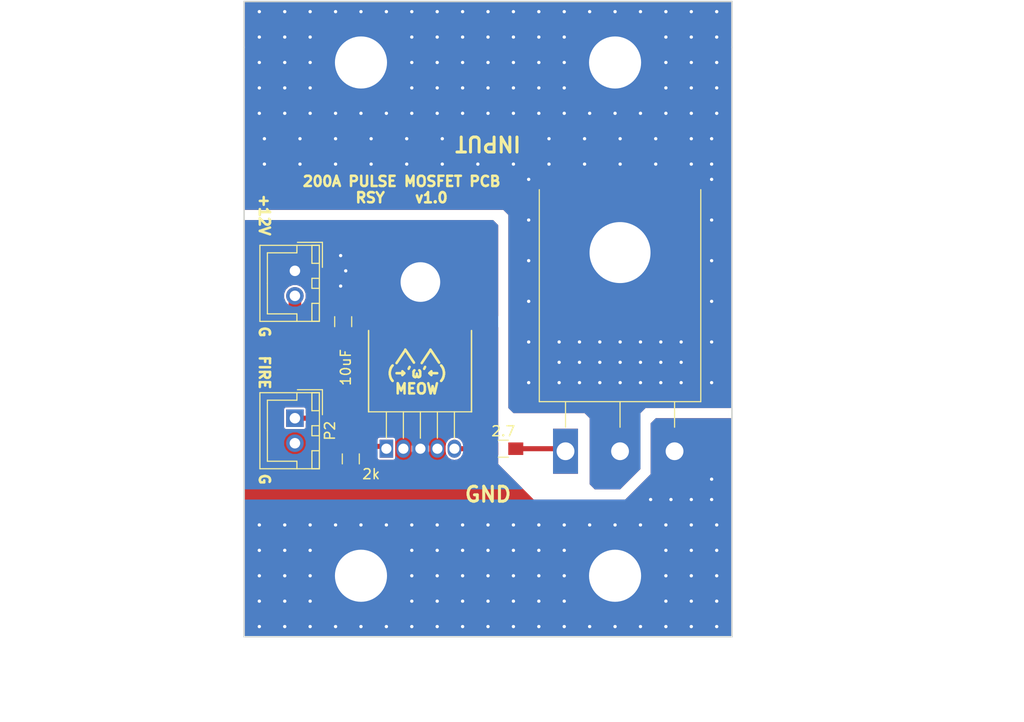
<source format=kicad_pcb>
(kicad_pcb (version 4) (host pcbnew 4.0.4-stable)

  (general
    (links 18)
    (no_connects 0)
    (area 125.908999 62.916999 174.827001 126.567001)
    (thickness 1.6)
    (drawings 20)
    (tracks 468)
    (zones 0)
    (modules 11)
    (nets 7)
  )

  (page A4)
  (layers
    (0 F.Cu signal)
    (31 B.Cu signal)
    (32 B.Adhes user)
    (33 F.Adhes user)
    (34 B.Paste user)
    (35 F.Paste user)
    (36 B.SilkS user)
    (37 F.SilkS user)
    (38 B.Mask user)
    (39 F.Mask user)
    (40 Dwgs.User user)
    (41 Cmts.User user)
    (42 Eco1.User user)
    (43 Eco2.User user)
    (44 Edge.Cuts user)
    (45 Margin user)
    (46 B.CrtYd user)
    (47 F.CrtYd user)
    (48 B.Fab user)
    (49 F.Fab user hide)
  )

  (setup
    (last_trace_width 0.254)
    (user_trace_width 0.508)
    (user_trace_width 0.762)
    (user_trace_width 1.27)
    (user_trace_width 2.54)
    (trace_clearance 0.2032)
    (zone_clearance -0.0254)
    (zone_45_only yes)
    (trace_min 0.1524)
    (segment_width 0.2)
    (edge_width 0.15)
    (via_size 0.6858)
    (via_drill 0.3302)
    (via_min_size 0.6858)
    (via_min_drill 0.3302)
    (user_via 2.54 1.016)
    (uvia_size 0.3)
    (uvia_drill 0.1)
    (uvias_allowed no)
    (uvia_min_size 0)
    (uvia_min_drill 0)
    (pcb_text_width 0.3)
    (pcb_text_size 1.5 1.5)
    (mod_edge_width 0.15)
    (mod_text_size 1 1)
    (mod_text_width 0.15)
    (pad_size 1.524 1.524)
    (pad_drill 0.762)
    (pad_to_mask_clearance 0)
    (aux_axis_origin 0 0)
    (visible_elements 7FFFFF7F)
    (pcbplotparams
      (layerselection 0x010f0_80000001)
      (usegerberextensions true)
      (excludeedgelayer true)
      (linewidth 0.100000)
      (plotframeref false)
      (viasonmask false)
      (mode 1)
      (useauxorigin false)
      (hpglpennumber 1)
      (hpglpenspeed 20)
      (hpglpendiameter 15)
      (hpglpenoverlay 2)
      (psnegative false)
      (psa4output false)
      (plotreference true)
      (plotvalue true)
      (plotinvisibletext false)
      (padsonsilk false)
      (subtractmaskfromsilk false)
      (outputformat 1)
      (mirror false)
      (drillshape 0)
      (scaleselection 1)
      (outputdirectory MOSFET_PPMOD_v1_OSHP/))
  )

  (net 0 "")
  (net 1 "Net-(C1-Pad1)")
  (net 2 GND)
  (net 3 "Net-(P2-Pad1)")
  (net 4 "Net-(P3-Pad1)")
  (net 5 "Net-(Q1-Pad1)")
  (net 6 "Net-(R2-Pad2)")

  (net_class Default "This is the default net class."
    (clearance 0.2032)
    (trace_width 0.254)
    (via_dia 0.6858)
    (via_drill 0.3302)
    (uvia_dia 0.3)
    (uvia_drill 0.1)
    (add_net GND)
    (add_net "Net-(C1-Pad1)")
    (add_net "Net-(P2-Pad1)")
    (add_net "Net-(P3-Pad1)")
    (add_net "Net-(Q1-Pad1)")
    (add_net "Net-(R2-Pad2)")
  )

  (module Capacitors_SMD:C_0805_HandSoldering (layer F.Cu) (tedit 5CB00495) (tstamp 5CB052F9)
    (at 151.892 107.696 180)
    (descr "Capacitor SMD 0805, hand soldering")
    (tags "capacitor 0805")
    (path /5CAFEF49)
    (attr smd)
    (fp_text reference R2 (at 0 -1.75 180) (layer F.SilkS) hide
      (effects (font (size 1 1) (thickness 0.15)))
    )
    (fp_text value 2.7 (at 0 1.75 180) (layer F.SilkS)
      (effects (font (size 1 1) (thickness 0.15)))
    )
    (fp_text user %R (at 0 -1.75 180) (layer F.Fab)
      (effects (font (size 1 1) (thickness 0.15)))
    )
    (fp_line (start -1 0.62) (end -1 -0.62) (layer F.Fab) (width 0.1))
    (fp_line (start 1 0.62) (end -1 0.62) (layer F.Fab) (width 0.1))
    (fp_line (start 1 -0.62) (end 1 0.62) (layer F.Fab) (width 0.1))
    (fp_line (start -1 -0.62) (end 1 -0.62) (layer F.Fab) (width 0.1))
    (fp_line (start 0.5 -0.85) (end -0.5 -0.85) (layer F.SilkS) (width 0.12))
    (fp_line (start -0.5 0.85) (end 0.5 0.85) (layer F.SilkS) (width 0.12))
    (fp_line (start -2.25 -0.88) (end 2.25 -0.88) (layer F.CrtYd) (width 0.05))
    (fp_line (start -2.25 -0.88) (end -2.25 0.87) (layer F.CrtYd) (width 0.05))
    (fp_line (start 2.25 0.87) (end 2.25 -0.88) (layer F.CrtYd) (width 0.05))
    (fp_line (start 2.25 0.87) (end -2.25 0.87) (layer F.CrtYd) (width 0.05))
    (pad 1 smd rect (at -1.25 0 180) (size 1.5 1.25) (layers F.Cu F.Paste F.Mask)
      (net 5 "Net-(Q1-Pad1)"))
    (pad 2 smd rect (at 1.25 0 180) (size 1.5 1.25) (layers F.Cu F.Paste F.Mask)
      (net 6 "Net-(R2-Pad2)"))
    (model Capacitors_SMD.3dshapes/C_0805.wrl
      (at (xyz 0 0 0))
      (scale (xyz 1 1 1))
      (rotate (xyz 0 0 0))
    )
  )

  (module Capacitors_SMD:C_0805_HandSoldering (layer F.Cu) (tedit 5CB0322B) (tstamp 5CB052E8)
    (at 136.652 108.712 90)
    (descr "Capacitor SMD 0805, hand soldering")
    (tags "capacitor 0805")
    (path /5CAFF51A)
    (attr smd)
    (fp_text reference R1 (at 0 -1.75 90) (layer F.SilkS) hide
      (effects (font (size 1 1) (thickness 0.15)))
    )
    (fp_text value 2k (at -1.524 2.032 180) (layer F.SilkS)
      (effects (font (size 1 1) (thickness 0.15)))
    )
    (fp_text user %R (at 0 -1.75 90) (layer F.Fab)
      (effects (font (size 1 1) (thickness 0.15)))
    )
    (fp_line (start -1 0.62) (end -1 -0.62) (layer F.Fab) (width 0.1))
    (fp_line (start 1 0.62) (end -1 0.62) (layer F.Fab) (width 0.1))
    (fp_line (start 1 -0.62) (end 1 0.62) (layer F.Fab) (width 0.1))
    (fp_line (start -1 -0.62) (end 1 -0.62) (layer F.Fab) (width 0.1))
    (fp_line (start 0.5 -0.85) (end -0.5 -0.85) (layer F.SilkS) (width 0.12))
    (fp_line (start -0.5 0.85) (end 0.5 0.85) (layer F.SilkS) (width 0.12))
    (fp_line (start -2.25 -0.88) (end 2.25 -0.88) (layer F.CrtYd) (width 0.05))
    (fp_line (start -2.25 -0.88) (end -2.25 0.87) (layer F.CrtYd) (width 0.05))
    (fp_line (start 2.25 0.87) (end 2.25 -0.88) (layer F.CrtYd) (width 0.05))
    (fp_line (start 2.25 0.87) (end -2.25 0.87) (layer F.CrtYd) (width 0.05))
    (pad 1 smd rect (at -1.25 0 90) (size 1.5 1.25) (layers F.Cu F.Paste F.Mask)
      (net 2 GND))
    (pad 2 smd rect (at 1.25 0 90) (size 1.5 1.25) (layers F.Cu F.Paste F.Mask)
      (net 3 "Net-(P2-Pad1)"))
    (model Capacitors_SMD.3dshapes/C_0805.wrl
      (at (xyz 0 0 0))
      (scale (xyz 1 1 1))
      (rotate (xyz 0 0 0))
    )
  )

  (module Connectors_JST:JST_XH_B02B-XH-A_02x2.50mm_Straight (layer F.Cu) (tedit 5CB0049D) (tstamp 5CB052B1)
    (at 131.064 104.648 270)
    (descr "JST XH series connector, B02B-XH-A, top entry type, through hole")
    (tags "connector jst xh tht top vertical 2.50mm")
    (path /5CAFF245)
    (fp_text reference P2 (at 1.25 -3.5 270) (layer F.SilkS)
      (effects (font (size 1 1) (thickness 0.15)))
    )
    (fp_text value CONN_01X02 (at 1.25 4.5 270) (layer F.Fab) hide
      (effects (font (size 1 1) (thickness 0.15)))
    )
    (fp_line (start -2.45 -2.35) (end -2.45 3.4) (layer F.Fab) (width 0.1))
    (fp_line (start -2.45 3.4) (end 4.95 3.4) (layer F.Fab) (width 0.1))
    (fp_line (start 4.95 3.4) (end 4.95 -2.35) (layer F.Fab) (width 0.1))
    (fp_line (start 4.95 -2.35) (end -2.45 -2.35) (layer F.Fab) (width 0.1))
    (fp_line (start -2.95 -2.85) (end -2.95 3.9) (layer F.CrtYd) (width 0.05))
    (fp_line (start -2.95 3.9) (end 5.45 3.9) (layer F.CrtYd) (width 0.05))
    (fp_line (start 5.45 3.9) (end 5.45 -2.85) (layer F.CrtYd) (width 0.05))
    (fp_line (start 5.45 -2.85) (end -2.95 -2.85) (layer F.CrtYd) (width 0.05))
    (fp_line (start -2.55 -2.45) (end -2.55 3.5) (layer F.SilkS) (width 0.12))
    (fp_line (start -2.55 3.5) (end 5.05 3.5) (layer F.SilkS) (width 0.12))
    (fp_line (start 5.05 3.5) (end 5.05 -2.45) (layer F.SilkS) (width 0.12))
    (fp_line (start 5.05 -2.45) (end -2.55 -2.45) (layer F.SilkS) (width 0.12))
    (fp_line (start 0.75 -2.45) (end 0.75 -1.7) (layer F.SilkS) (width 0.12))
    (fp_line (start 0.75 -1.7) (end 1.75 -1.7) (layer F.SilkS) (width 0.12))
    (fp_line (start 1.75 -1.7) (end 1.75 -2.45) (layer F.SilkS) (width 0.12))
    (fp_line (start 1.75 -2.45) (end 0.75 -2.45) (layer F.SilkS) (width 0.12))
    (fp_line (start -2.55 -2.45) (end -2.55 -1.7) (layer F.SilkS) (width 0.12))
    (fp_line (start -2.55 -1.7) (end -0.75 -1.7) (layer F.SilkS) (width 0.12))
    (fp_line (start -0.75 -1.7) (end -0.75 -2.45) (layer F.SilkS) (width 0.12))
    (fp_line (start -0.75 -2.45) (end -2.55 -2.45) (layer F.SilkS) (width 0.12))
    (fp_line (start 3.25 -2.45) (end 3.25 -1.7) (layer F.SilkS) (width 0.12))
    (fp_line (start 3.25 -1.7) (end 5.05 -1.7) (layer F.SilkS) (width 0.12))
    (fp_line (start 5.05 -1.7) (end 5.05 -2.45) (layer F.SilkS) (width 0.12))
    (fp_line (start 5.05 -2.45) (end 3.25 -2.45) (layer F.SilkS) (width 0.12))
    (fp_line (start -2.55 -0.2) (end -1.8 -0.2) (layer F.SilkS) (width 0.12))
    (fp_line (start -1.8 -0.2) (end -1.8 2.75) (layer F.SilkS) (width 0.12))
    (fp_line (start -1.8 2.75) (end 1.25 2.75) (layer F.SilkS) (width 0.12))
    (fp_line (start 5.05 -0.2) (end 4.3 -0.2) (layer F.SilkS) (width 0.12))
    (fp_line (start 4.3 -0.2) (end 4.3 2.75) (layer F.SilkS) (width 0.12))
    (fp_line (start 4.3 2.75) (end 1.25 2.75) (layer F.SilkS) (width 0.12))
    (fp_line (start -0.35 -2.75) (end -2.85 -2.75) (layer F.SilkS) (width 0.12))
    (fp_line (start -2.85 -2.75) (end -2.85 -0.25) (layer F.SilkS) (width 0.12))
    (fp_line (start -0.35 -2.75) (end -2.85 -2.75) (layer F.Fab) (width 0.1))
    (fp_line (start -2.85 -2.75) (end -2.85 -0.25) (layer F.Fab) (width 0.1))
    (fp_text user %R (at 1.25 2.5 270) (layer F.Fab)
      (effects (font (size 1 1) (thickness 0.15)))
    )
    (pad 1 thru_hole rect (at 0 0 270) (size 1.75 1.75) (drill 1.05) (layers *.Cu *.Mask)
      (net 3 "Net-(P2-Pad1)"))
    (pad 2 thru_hole circle (at 2.5 0 270) (size 1.75 1.75) (drill 1.05) (layers *.Cu *.Mask)
      (net 2 GND))
    (model Connectors_JST.3dshapes/JST_XH_B02B-XH-A_02x2.50mm_Straight.wrl
      (at (xyz 0 0 0))
      (scale (xyz 1 1 1))
      (rotate (xyz 0 0 0))
    )
  )

  (module Connectors_JST:JST_XH_B02B-XH-A_02x2.50mm_Straight (layer F.Cu) (tedit 5CB0314B) (tstamp 5CB05288)
    (at 131.064 89.916 270)
    (descr "JST XH series connector, B02B-XH-A, top entry type, through hole")
    (tags "connector jst xh tht top vertical 2.50mm")
    (path /5CAFF27D)
    (fp_text reference P1 (at -4.064 0 360) (layer F.SilkS) hide
      (effects (font (size 1 1) (thickness 0.15)))
    )
    (fp_text value CONN_01X02 (at 1.25 4.5 270) (layer F.Fab) hide
      (effects (font (size 1 1) (thickness 0.15)))
    )
    (fp_line (start -2.45 -2.35) (end -2.45 3.4) (layer F.Fab) (width 0.1))
    (fp_line (start -2.45 3.4) (end 4.95 3.4) (layer F.Fab) (width 0.1))
    (fp_line (start 4.95 3.4) (end 4.95 -2.35) (layer F.Fab) (width 0.1))
    (fp_line (start 4.95 -2.35) (end -2.45 -2.35) (layer F.Fab) (width 0.1))
    (fp_line (start -2.95 -2.85) (end -2.95 3.9) (layer F.CrtYd) (width 0.05))
    (fp_line (start -2.95 3.9) (end 5.45 3.9) (layer F.CrtYd) (width 0.05))
    (fp_line (start 5.45 3.9) (end 5.45 -2.85) (layer F.CrtYd) (width 0.05))
    (fp_line (start 5.45 -2.85) (end -2.95 -2.85) (layer F.CrtYd) (width 0.05))
    (fp_line (start -2.55 -2.45) (end -2.55 3.5) (layer F.SilkS) (width 0.12))
    (fp_line (start -2.55 3.5) (end 5.05 3.5) (layer F.SilkS) (width 0.12))
    (fp_line (start 5.05 3.5) (end 5.05 -2.45) (layer F.SilkS) (width 0.12))
    (fp_line (start 5.05 -2.45) (end -2.55 -2.45) (layer F.SilkS) (width 0.12))
    (fp_line (start 0.75 -2.45) (end 0.75 -1.7) (layer F.SilkS) (width 0.12))
    (fp_line (start 0.75 -1.7) (end 1.75 -1.7) (layer F.SilkS) (width 0.12))
    (fp_line (start 1.75 -1.7) (end 1.75 -2.45) (layer F.SilkS) (width 0.12))
    (fp_line (start 1.75 -2.45) (end 0.75 -2.45) (layer F.SilkS) (width 0.12))
    (fp_line (start -2.55 -2.45) (end -2.55 -1.7) (layer F.SilkS) (width 0.12))
    (fp_line (start -2.55 -1.7) (end -0.75 -1.7) (layer F.SilkS) (width 0.12))
    (fp_line (start -0.75 -1.7) (end -0.75 -2.45) (layer F.SilkS) (width 0.12))
    (fp_line (start -0.75 -2.45) (end -2.55 -2.45) (layer F.SilkS) (width 0.12))
    (fp_line (start 3.25 -2.45) (end 3.25 -1.7) (layer F.SilkS) (width 0.12))
    (fp_line (start 3.25 -1.7) (end 5.05 -1.7) (layer F.SilkS) (width 0.12))
    (fp_line (start 5.05 -1.7) (end 5.05 -2.45) (layer F.SilkS) (width 0.12))
    (fp_line (start 5.05 -2.45) (end 3.25 -2.45) (layer F.SilkS) (width 0.12))
    (fp_line (start -2.55 -0.2) (end -1.8 -0.2) (layer F.SilkS) (width 0.12))
    (fp_line (start -1.8 -0.2) (end -1.8 2.75) (layer F.SilkS) (width 0.12))
    (fp_line (start -1.8 2.75) (end 1.25 2.75) (layer F.SilkS) (width 0.12))
    (fp_line (start 5.05 -0.2) (end 4.3 -0.2) (layer F.SilkS) (width 0.12))
    (fp_line (start 4.3 -0.2) (end 4.3 2.75) (layer F.SilkS) (width 0.12))
    (fp_line (start 4.3 2.75) (end 1.25 2.75) (layer F.SilkS) (width 0.12))
    (fp_line (start -0.35 -2.75) (end -2.85 -2.75) (layer F.SilkS) (width 0.12))
    (fp_line (start -2.85 -2.75) (end -2.85 -0.25) (layer F.SilkS) (width 0.12))
    (fp_line (start -0.35 -2.75) (end -2.85 -2.75) (layer F.Fab) (width 0.1))
    (fp_line (start -2.85 -2.75) (end -2.85 -0.25) (layer F.Fab) (width 0.1))
    (fp_text user %R (at 1.25 2.5 270) (layer F.Fab)
      (effects (font (size 1 1) (thickness 0.15)))
    )
    (pad 1 thru_hole rect (at 0 0 270) (size 1.75 1.75) (drill 1.05) (layers *.Cu *.Mask)
      (net 1 "Net-(C1-Pad1)"))
    (pad 2 thru_hole circle (at 2.5 0 270) (size 1.75 1.75) (drill 1.05) (layers *.Cu *.Mask)
      (net 2 GND))
    (model Connectors_JST.3dshapes/JST_XH_B02B-XH-A_02x2.50mm_Straight.wrl
      (at (xyz 0 0 0))
      (scale (xyz 1 1 1))
      (rotate (xyz 0 0 0))
    )
  )

  (module Capacitors_SMD:C_0805_HandSoldering (layer F.Cu) (tedit 5CB0322E) (tstamp 5CB0525F)
    (at 135.89 94.996 270)
    (descr "Capacitor SMD 0805, hand soldering")
    (tags "capacitor 0805")
    (path /5CAFEF90)
    (attr smd)
    (fp_text reference C1 (at 0 -1.75 270) (layer F.SilkS) hide
      (effects (font (size 1 1) (thickness 0.15)))
    )
    (fp_text value 10uF (at 4.572 -0.254 450) (layer F.SilkS)
      (effects (font (size 1 1) (thickness 0.15)))
    )
    (fp_text user %R (at 0 -1.75 270) (layer F.Fab)
      (effects (font (size 1 1) (thickness 0.15)))
    )
    (fp_line (start -1 0.62) (end -1 -0.62) (layer F.Fab) (width 0.1))
    (fp_line (start 1 0.62) (end -1 0.62) (layer F.Fab) (width 0.1))
    (fp_line (start 1 -0.62) (end 1 0.62) (layer F.Fab) (width 0.1))
    (fp_line (start -1 -0.62) (end 1 -0.62) (layer F.Fab) (width 0.1))
    (fp_line (start 0.5 -0.85) (end -0.5 -0.85) (layer F.SilkS) (width 0.12))
    (fp_line (start -0.5 0.85) (end 0.5 0.85) (layer F.SilkS) (width 0.12))
    (fp_line (start -2.25 -0.88) (end 2.25 -0.88) (layer F.CrtYd) (width 0.05))
    (fp_line (start -2.25 -0.88) (end -2.25 0.87) (layer F.CrtYd) (width 0.05))
    (fp_line (start 2.25 0.87) (end 2.25 -0.88) (layer F.CrtYd) (width 0.05))
    (fp_line (start 2.25 0.87) (end -2.25 0.87) (layer F.CrtYd) (width 0.05))
    (pad 1 smd rect (at -1.25 0 270) (size 1.5 1.25) (layers F.Cu F.Paste F.Mask)
      (net 1 "Net-(C1-Pad1)"))
    (pad 2 smd rect (at 1.25 0 270) (size 1.5 1.25) (layers F.Cu F.Paste F.Mask)
      (net 2 GND))
    (model Capacitors_SMD.3dshapes/C_0805.wrl
      (at (xyz 0 0 0))
      (scale (xyz 1 1 1))
      (rotate (xyz 0 0 0))
    )
  )

  (module MOSFET_PPMOD:TO-220-5_Specced (layer F.Cu) (tedit 5CB044D5) (tstamp 5CB0531F)
    (at 140.208 107.696)
    (descr "TO-220-5, Horizontal, RM 1.7mm, Pentawatt, Multiwatt-5")
    (tags "TO-220-5 Horizontal RM 1.7mm Pentawatt Multiwatt-5")
    (path /5CAFEE8D)
    (fp_text reference U1 (at 3.4 -20.58) (layer F.SilkS) hide
      (effects (font (size 1 1) (thickness 0.15)))
    )
    (fp_text value TC4422 (at 3.4 1.9) (layer F.Fab) hide
      (effects (font (size 1 1) (thickness 0.15)))
    )
    (fp_line (start -1.778 -3.683) (end -1.778 -11.811) (layer F.SilkS) (width 0.15))
    (fp_line (start 8.509 -3.683) (end 8.509 -11.811) (layer F.SilkS) (width 0.15))
    (fp_text user %R (at 3.4 -20.58) (layer F.Fab)
      (effects (font (size 1 1) (thickness 0.15)))
    )
    (fp_line (start -1.6 -13.06) (end -1.6 -19.46) (layer F.Fab) (width 0.1))
    (fp_line (start -1.6 -19.46) (end 8.4 -19.46) (layer F.Fab) (width 0.1))
    (fp_line (start 8.4 -19.46) (end 8.4 -13.06) (layer F.Fab) (width 0.1))
    (fp_line (start 8.4 -13.06) (end -1.6 -13.06) (layer F.Fab) (width 0.1))
    (fp_line (start -1.6 -3.81) (end -1.6 -13.06) (layer F.Fab) (width 0.1))
    (fp_line (start -1.6 -13.06) (end 8.4 -13.06) (layer F.Fab) (width 0.1))
    (fp_line (start 8.4 -13.06) (end 8.4 -3.81) (layer F.Fab) (width 0.1))
    (fp_line (start 8.4 -3.81) (end -1.6 -3.81) (layer F.Fab) (width 0.1))
    (fp_line (start 0 -3.81) (end 0 0) (layer F.Fab) (width 0.1))
    (fp_line (start 1.7 -3.81) (end 1.7 0) (layer F.Fab) (width 0.1))
    (fp_line (start 3.4 -3.81) (end 3.4 0) (layer F.Fab) (width 0.1))
    (fp_line (start 5.1 -3.81) (end 5.1 0) (layer F.Fab) (width 0.1))
    (fp_line (start 6.8 -3.81) (end 6.8 0) (layer F.Fab) (width 0.1))
    (fp_line (start -1.721 -3.69) (end 8.52 -3.69) (layer F.SilkS) (width 0.12))
    (fp_line (start 0 -3.69) (end 0 -1.05) (layer F.SilkS) (width 0.12))
    (fp_line (start 1.7 -3.69) (end 1.7 -1.05) (layer F.SilkS) (width 0.12))
    (fp_line (start 3.4 -3.69) (end 3.4 -1.05) (layer F.SilkS) (width 0.12))
    (fp_line (start 5.1 -3.69) (end 5.1 -1.05) (layer F.SilkS) (width 0.12))
    (fp_line (start 6.8 -3.69) (end 6.8 -1.05) (layer F.SilkS) (width 0.12))
    (fp_line (start -1.85 -19.71) (end -1.85 1.15) (layer F.CrtYd) (width 0.05))
    (fp_line (start -1.85 1.15) (end 8.65 1.15) (layer F.CrtYd) (width 0.05))
    (fp_line (start 8.65 1.15) (end 8.65 -19.71) (layer F.CrtYd) (width 0.05))
    (fp_line (start 8.65 -19.71) (end -1.85 -19.71) (layer F.CrtYd) (width 0.05))
    (fp_circle (center 3.4 -16.66) (end 5.25 -16.66) (layer F.Fab) (width 0.1))
    (pad 3 thru_hole rect (at 3.4 -16.66) (size 10.541 9.0932) (drill 3.9624) (layers *.Cu *.Mask)
      (net 1 "Net-(C1-Pad1)"))
    (pad 1 thru_hole rect (at 0 0) (size 1.35 1.8) (drill 1.016) (layers *.Cu *.Mask)
      (net 3 "Net-(P2-Pad1)"))
    (pad 2 thru_hole oval (at 1.7 0) (size 1.35 1.8) (drill 1.016) (layers *.Cu *.Mask)
      (net 2 GND))
    (pad 3 thru_hole oval (at 3.4 0) (size 1.35 1.8) (drill 1.016) (layers *.Cu *.Mask)
      (net 1 "Net-(C1-Pad1)"))
    (pad 4 thru_hole oval (at 5.1 0) (size 1.35 1.8) (drill 1.016) (layers *.Cu *.Mask)
      (net 2 GND))
    (pad 5 thru_hole oval (at 6.8 0) (size 1.35 1.8) (drill 1.016) (layers *.Cu *.Mask)
      (net 6 "Net-(R2-Pad2)"))
    (model ${KISYS3DMOD}/TO_SOT_Packages_THT.3dshapes/TO-220-5_Horizontal.wrl
      (at (xyz 0 0 0))
      (scale (xyz 0.393701 0.393701 0.393701))
      (rotate (xyz 0 0 0))
    )
  )

  (module MOSFET_PPMOD:TO-247-3_Specced (layer F.Cu) (tedit 5CB172E1) (tstamp 5CB052D7)
    (at 158.115 107.95)
    (descr "TO-247, Horizontal, RM 5.45mm, TO-3P")
    (tags "TO-247 Horizontal RM 5.45mm TO-3P")
    (path /5CAFEEB8)
    (fp_text reference Q1 (at 5.45 -27.15) (layer F.SilkS) hide
      (effects (font (size 1 1) (thickness 0.15)))
    )
    (fp_text value IRF100P218 (at 5.45 3.25) (layer F.Fab) hide
      (effects (font (size 1 1) (thickness 0.15)))
    )
    (fp_text user "PAD HERE. ADD MASK" (at 5.334 -8.763) (layer F.Fab) hide
      (effects (font (size 1 1) (thickness 0.15)))
    )
    (fp_text user %R (at 5.45 -27.15) (layer F.Fab)
      (effects (font (size 1 1) (thickness 0.15)))
    )
    (fp_line (start -2.5 -5.08) (end -2.5 -26.03) (layer F.Fab) (width 0.1))
    (fp_line (start -2.5 -26.03) (end 13.4 -26.03) (layer F.Fab) (width 0.1))
    (fp_line (start 13.4 -26.03) (end 13.4 -5.08) (layer F.Fab) (width 0.1))
    (fp_line (start 13.4 -5.08) (end -2.5 -5.08) (layer F.Fab) (width 0.1))
    (fp_line (start 0 -5.08) (end 0 0) (layer F.Fab) (width 0.1))
    (fp_line (start 5.45 -5.08) (end 5.45 0) (layer F.Fab) (width 0.1))
    (fp_line (start 10.9 -5.08) (end 10.9 0) (layer F.Fab) (width 0.1))
    (fp_line (start -2.62 -4.96) (end 13.52 -4.96) (layer F.SilkS) (width 0.12))
    (fp_line (start -2.62 -26.15) (end -2.62 -4.96) (layer F.SilkS) (width 0.12))
    (fp_line (start 13.52 -26.15) (end 13.52 -4.96) (layer F.SilkS) (width 0.12))
    (fp_line (start 0 -4.96) (end 0 -2.4) (layer F.SilkS) (width 0.12))
    (fp_line (start 5.45 -4.96) (end 5.45 -2.4) (layer F.SilkS) (width 0.12))
    (fp_line (start 10.9 -4.96) (end 10.9 -2.4) (layer F.SilkS) (width 0.12))
    (fp_line (start -2.75 -26.28) (end -2.75 2.5) (layer F.CrtYd) (width 0.05))
    (fp_line (start -2.75 2.5) (end 13.65 2.5) (layer F.CrtYd) (width 0.05))
    (fp_line (start 13.65 2.5) (end 13.65 -26.28) (layer F.CrtYd) (width 0.05))
    (fp_line (start 13.65 -26.28) (end -2.75 -26.28) (layer F.CrtYd) (width 0.05))
    (fp_circle (center 5.45 -19.86) (end 7.255 -19.86) (layer F.Fab) (width 0.1))
    (pad 2 thru_hole rect (at 5.45 -19.86) (size 13.97 13.97) (drill 6.096) (layers *.Cu *.Mask)
      (net 4 "Net-(P3-Pad1)"))
    (pad 1 thru_hole rect (at 0 0) (size 2.5 4.5) (drill 1.778) (layers *.Cu *.Mask)
      (net 5 "Net-(Q1-Pad1)"))
    (pad 2 thru_hole oval (at 5.45 0) (size 2.5 4.5) (drill 1.778) (layers *.Cu *.Mask)
      (net 4 "Net-(P3-Pad1)"))
    (pad 3 thru_hole oval (at 10.9 0) (size 2.5 4.5) (drill 1.778) (layers *.Cu *.Mask)
      (net 2 GND))
    (model ${KISYS3DMOD}/TO_SOT_Packages_THT.3dshapes/TO-247_TO-3P_Horizontal.wrl
      (at (xyz 0.212598 0 0))
      (scale (xyz 1 1 1))
      (rotate (xyz 0 0 0))
    )
  )

  (module MOSFET_PPMOD:M5_STUD (layer F.Cu) (tedit 5CB1752E) (tstamp 5CB052B6)
    (at 163.068 69.088)
    (path /5CAFFD3D)
    (fp_text reference P3 (at 0 6.096) (layer F.SilkS) hide
      (effects (font (size 1 1) (thickness 0.15)))
    )
    (fp_text value CONN_01X01 (at 0 -2.794) (layer F.Fab) hide
      (effects (font (size 1 1) (thickness 0.15)))
    )
    (pad 1 thru_hole rect (at 0 0) (size 6.35 6.35) (drill 5.207) (layers *.Cu *.Mask)
      (net 4 "Net-(P3-Pad1)"))
  )

  (module MOSFET_PPMOD:M5_STUD (layer F.Cu) (tedit 5CB17536) (tstamp 5CB052BB)
    (at 163.068 120.396)
    (path /5CAFFE12)
    (fp_text reference P4 (at 0 6.096) (layer F.SilkS) hide
      (effects (font (size 1 1) (thickness 0.15)))
    )
    (fp_text value CONN_01X01 (at 0 -2.794) (layer F.Fab) hide
      (effects (font (size 1 1) (thickness 0.15)))
    )
    (pad 1 thru_hole rect (at 0 0) (size 6.35 6.35) (drill 5.207) (layers *.Cu *.Mask)
      (net 2 GND))
  )

  (module MOSFET_PPMOD:M5_STUD (layer F.Cu) (tedit 5CB17531) (tstamp 5CB05821)
    (at 137.668 69.088)
    (path /5CB0064B)
    (fp_text reference P5 (at 0 6.096) (layer F.SilkS) hide
      (effects (font (size 1 1) (thickness 0.15)))
    )
    (fp_text value CONN_01X01 (at 0 -2.794) (layer F.Fab) hide
      (effects (font (size 1 1) (thickness 0.15)))
    )
    (pad 1 thru_hole rect (at 0 0) (size 6.35 6.35) (drill 5.207) (layers *.Cu *.Mask)
      (net 4 "Net-(P3-Pad1)"))
  )

  (module MOSFET_PPMOD:M5_STUD (layer F.Cu) (tedit 5CB1753A) (tstamp 5CB05826)
    (at 137.668 120.396)
    (path /5CB0070E)
    (fp_text reference P6 (at 0 6.096) (layer F.SilkS) hide
      (effects (font (size 1 1) (thickness 0.15)))
    )
    (fp_text value CONN_01X01 (at 0 -2.794) (layer F.Fab) hide
      (effects (font (size 1 1) (thickness 0.15)))
    )
    (pad 1 thru_hole rect (at 0 0) (size 6.35 6.35) (drill 5.207) (layers *.Cu *.Mask)
      (net 2 GND))
  )

  (gr_text " /\\ /\\ \n(→'ω'←)\nMEOW" (at 143.256 100.076) (layer F.SilkS)
    (effects (font (size 1.016 1.016) (thickness 0.254)))
  )
  (gr_text "200A PULSE MOSFET PCB\nRSY    v1.0" (at 141.732 81.788) (layer F.SilkS)
    (effects (font (size 1.016 1.016) (thickness 0.254)))
  )
  (gr_text "2.5 x 1.92 = 4.8 in^2" (at 191.008 133.604) (layer Eco1.User)
    (effects (font (size 1.5 1.5) (thickness 0.3)))
  )
  (gr_text +12V (at 128.016 84.328 270) (layer F.SilkS)
    (effects (font (size 1.016 1.016) (thickness 0.254)))
  )
  (gr_text G (at 128.016 96.012 270) (layer F.SilkS)
    (effects (font (size 1.016 1.016) (thickness 0.254)))
  )
  (gr_text G (at 128.016 110.744 270) (layer F.SilkS)
    (effects (font (size 1.016 1.016) (thickness 0.254)))
  )
  (gr_text FIRE (at 128.016 100.076 270) (layer F.SilkS)
    (effects (font (size 1.016 1.016) (thickness 0.254)))
  )
  (gr_text GND (at 150.368 112.268) (layer F.SilkS)
    (effects (font (size 1.5 1.5) (thickness 0.3)))
  )
  (gr_text INPUT (at 150.368 77.216 180) (layer F.SilkS)
    (effects (font (size 1.5 1.5) (thickness 0.3)))
  )
  (dimension 39.116 (width 0.3) (layer Eco1.User)
    (gr_text "1.5400 in" (at 115.49 94.742 270) (layer Eco1.User)
      (effects (font (size 1.5 1.5) (thickness 0.3)))
    )
    (feature1 (pts (xy 125.984 114.3) (xy 114.14 114.3)))
    (feature2 (pts (xy 125.984 75.184) (xy 114.14 75.184)))
    (crossbar (pts (xy 116.84 75.184) (xy 116.84 114.3)))
    (arrow1a (pts (xy 116.84 114.3) (xy 116.253579 113.173496)))
    (arrow1b (pts (xy 116.84 114.3) (xy 117.426421 113.173496)))
    (arrow2a (pts (xy 116.84 75.184) (xy 116.253579 76.310504)))
    (arrow2b (pts (xy 116.84 75.184) (xy 117.426421 76.310504)))
  )
  (dimension 12.192 (width 0.3) (layer Eco1.User)
    (gr_text "0.4800 in" (at 107.87 69.088 270) (layer Eco1.User)
      (effects (font (size 1.5 1.5) (thickness 0.3)))
    )
    (feature1 (pts (xy 125.984 75.184) (xy 106.52 75.184)))
    (feature2 (pts (xy 125.984 62.992) (xy 106.52 62.992)))
    (crossbar (pts (xy 109.22 62.992) (xy 109.22 75.184)))
    (arrow1a (pts (xy 109.22 75.184) (xy 108.633579 74.057496)))
    (arrow1b (pts (xy 109.22 75.184) (xy 109.806421 74.057496)))
    (arrow2a (pts (xy 109.22 62.992) (xy 108.633579 64.118504)))
    (arrow2b (pts (xy 109.22 62.992) (xy 109.806421 64.118504)))
  )
  (dimension 63.5 (width 0.3) (layer Eco1.User)
    (gr_text "2.5000 in" (at 187.786 94.742 270) (layer Eco1.User)
      (effects (font (size 1.5 1.5) (thickness 0.3)))
    )
    (feature1 (pts (xy 174.752 126.492) (xy 189.136 126.492)))
    (feature2 (pts (xy 174.752 62.992) (xy 189.136 62.992)))
    (crossbar (pts (xy 186.436 62.992) (xy 186.436 126.492)))
    (arrow1a (pts (xy 186.436 126.492) (xy 185.849579 125.365496)))
    (arrow1b (pts (xy 186.436 126.492) (xy 187.022421 125.365496)))
    (arrow2a (pts (xy 186.436 62.992) (xy 185.849579 64.118504)))
    (arrow2b (pts (xy 186.436 62.992) (xy 187.022421 64.118504)))
  )
  (gr_line (start 125.984 62.992) (end 125.984 67.564) (angle 90) (layer Edge.Cuts) (width 0.15))
  (gr_line (start 174.752 62.992) (end 174.752 67.564) (angle 90) (layer Edge.Cuts) (width 0.15))
  (dimension 12.192 (width 0.3) (layer Eco1.User)
    (gr_text "0.4800 in" (at 111.934 120.396 270) (layer Eco1.User)
      (effects (font (size 1.5 1.5) (thickness 0.3)))
    )
    (feature1 (pts (xy 125.984 126.492) (xy 110.584 126.492)))
    (feature2 (pts (xy 125.984 114.3) (xy 110.584 114.3)))
    (crossbar (pts (xy 113.284 114.3) (xy 113.284 126.492)))
    (arrow1a (pts (xy 113.284 126.492) (xy 112.697579 125.365496)))
    (arrow1b (pts (xy 113.284 126.492) (xy 113.870421 125.365496)))
    (arrow2a (pts (xy 113.284 114.3) (xy 112.697579 115.426504)))
    (arrow2b (pts (xy 113.284 114.3) (xy 113.870421 115.426504)))
  )
  (gr_line (start 125.984 126.492) (end 125.984 67.564) (angle 90) (layer Edge.Cuts) (width 0.15))
  (gr_line (start 125.984 126.492) (end 174.752 126.492) (angle 90) (layer Edge.Cuts) (width 0.15))
  (gr_line (start 174.752 67.564) (end 174.752 126.492) (angle 90) (layer Edge.Cuts) (width 0.15))
  (gr_line (start 125.984 62.992) (end 174.752 62.992) (angle 90) (layer Edge.Cuts) (width 0.15))
  (dimension 48.768 (width 0.3) (layer Eco1.User)
    (gr_text "1.9200 in" (at 150.368 135.462) (layer Eco1.User)
      (effects (font (size 1.5 1.5) (thickness 0.3)))
    )
    (feature1 (pts (xy 174.752 126.492) (xy 174.752 136.812)))
    (feature2 (pts (xy 125.984 126.492) (xy 125.984 136.812)))
    (crossbar (pts (xy 125.984 134.112) (xy 174.752 134.112)))
    (arrow1a (pts (xy 174.752 134.112) (xy 173.625496 134.698421)))
    (arrow1b (pts (xy 174.752 134.112) (xy 173.625496 133.525579)))
    (arrow2a (pts (xy 125.984 134.112) (xy 127.110504 134.698421)))
    (arrow2b (pts (xy 125.984 134.112) (xy 127.110504 133.525579)))
  )

  (segment (start 131.064 89.916) (end 136.144 89.916) (width 0.254) (layer F.Cu) (net 1))
  (via (at 135.636 88.392) (size 0.6858) (drill 0.3302) (layers F.Cu B.Cu) (net 1))
  (segment (start 135.636 91.44) (end 135.636 88.392) (width 0.254) (layer F.Cu) (net 1) (tstamp 5CB05C72))
  (via (at 135.636 91.44) (size 0.6858) (drill 0.3302) (layers F.Cu B.Cu) (net 1))
  (segment (start 135.636 90.424) (end 135.636 91.44) (width 0.254) (layer B.Cu) (net 1) (tstamp 5CB05C70))
  (segment (start 136.144 89.916) (end 135.636 90.424) (width 0.254) (layer B.Cu) (net 1) (tstamp 5CB05C6F))
  (via (at 136.144 89.916) (size 0.6858) (drill 0.3302) (layers F.Cu B.Cu) (net 1))
  (segment (start 172.72 110.744) (end 172.72 112.776) (width 0.254) (layer B.Cu) (net 2))
  (via (at 172.72 112.776) (size 0.6858) (drill 0.3302) (layers F.Cu B.Cu) (net 2))
  (segment (start 172.72 112.776) (end 170.688 112.776) (width 0.254) (layer F.Cu) (net 2))
  (via (at 172.72 110.744) (size 0.6858) (drill 0.3302) (layers F.Cu B.Cu) (net 2))
  (segment (start 132.588 115.316) (end 130.048 115.316) (width 0.254) (layer F.Cu) (net 2))
  (via (at 127.508 125.476) (size 0.6858) (drill 0.3302) (layers F.Cu B.Cu) (net 2))
  (segment (start 130.048 125.476) (end 127.508 125.476) (width 0.254) (layer B.Cu) (net 2) (tstamp 5CB177B3))
  (via (at 130.048 125.476) (size 0.6858) (drill 0.3302) (layers F.Cu B.Cu) (net 2))
  (segment (start 130.048 122.936) (end 130.048 125.476) (width 0.254) (layer F.Cu) (net 2) (tstamp 5CB177B0))
  (via (at 130.048 122.936) (size 0.6858) (drill 0.3302) (layers F.Cu B.Cu) (net 2))
  (segment (start 127.508 122.936) (end 130.048 122.936) (width 0.254) (layer B.Cu) (net 2) (tstamp 5CB177AD))
  (via (at 127.508 122.936) (size 0.6858) (drill 0.3302) (layers F.Cu B.Cu) (net 2))
  (segment (start 127.508 120.396) (end 127.508 122.936) (width 0.254) (layer F.Cu) (net 2) (tstamp 5CB177AA))
  (via (at 127.508 120.396) (size 0.6858) (drill 0.3302) (layers F.Cu B.Cu) (net 2))
  (segment (start 130.048 120.396) (end 127.508 120.396) (width 0.254) (layer B.Cu) (net 2) (tstamp 5CB177A7))
  (via (at 130.048 120.396) (size 0.6858) (drill 0.3302) (layers F.Cu B.Cu) (net 2))
  (segment (start 130.048 117.856) (end 130.048 120.396) (width 0.254) (layer F.Cu) (net 2) (tstamp 5CB177A4))
  (via (at 130.048 117.856) (size 0.6858) (drill 0.3302) (layers F.Cu B.Cu) (net 2))
  (segment (start 127.508 117.856) (end 130.048 117.856) (width 0.254) (layer B.Cu) (net 2) (tstamp 5CB177A1))
  (via (at 127.508 117.856) (size 0.6858) (drill 0.3302) (layers F.Cu B.Cu) (net 2))
  (segment (start 127.508 115.316) (end 127.508 117.856) (width 0.254) (layer F.Cu) (net 2) (tstamp 5CB1779E))
  (via (at 127.508 115.316) (size 0.6858) (drill 0.3302) (layers F.Cu B.Cu) (net 2))
  (segment (start 130.048 115.316) (end 127.508 115.316) (width 0.254) (layer B.Cu) (net 2) (tstamp 5CB1779B))
  (via (at 130.048 115.316) (size 0.6858) (drill 0.3302) (layers F.Cu B.Cu) (net 2))
  (segment (start 137.668 120.396) (end 137.668 122.936) (width 0.254) (layer B.Cu) (net 2))
  (segment (start 137.668 122.936) (end 140.208 125.476) (width 0.254) (layer B.Cu) (net 2) (tstamp 5CB1777C))
  (via (at 135.128 115.316) (size 0.6858) (drill 0.3302) (layers F.Cu B.Cu) (net 2))
  (segment (start 132.588 115.316) (end 135.128 115.316) (width 0.254) (layer B.Cu) (net 2) (tstamp 5CB17794))
  (via (at 132.588 115.316) (size 0.6858) (drill 0.3302) (layers F.Cu B.Cu) (net 2))
  (segment (start 132.588 117.856) (end 132.588 115.316) (width 0.254) (layer F.Cu) (net 2) (tstamp 5CB17791))
  (via (at 132.588 117.856) (size 0.6858) (drill 0.3302) (layers F.Cu B.Cu) (net 2))
  (segment (start 132.588 120.396) (end 132.588 117.856) (width 0.254) (layer B.Cu) (net 2) (tstamp 5CB1778E))
  (via (at 132.588 120.396) (size 0.6858) (drill 0.3302) (layers F.Cu B.Cu) (net 2))
  (segment (start 132.588 122.936) (end 132.588 120.396) (width 0.254) (layer F.Cu) (net 2) (tstamp 5CB1778B))
  (via (at 132.588 122.936) (size 0.6858) (drill 0.3302) (layers F.Cu B.Cu) (net 2))
  (segment (start 132.588 125.476) (end 132.588 122.936) (width 0.254) (layer B.Cu) (net 2) (tstamp 5CB17788))
  (via (at 132.588 125.476) (size 0.6858) (drill 0.3302) (layers F.Cu B.Cu) (net 2))
  (segment (start 135.128 125.476) (end 132.588 125.476) (width 0.254) (layer F.Cu) (net 2) (tstamp 5CB17785))
  (via (at 135.128 125.476) (size 0.6858) (drill 0.3302) (layers F.Cu B.Cu) (net 2))
  (segment (start 137.668 125.476) (end 135.128 125.476) (width 0.254) (layer B.Cu) (net 2) (tstamp 5CB17782))
  (via (at 137.668 125.476) (size 0.6858) (drill 0.3302) (layers F.Cu B.Cu) (net 2))
  (segment (start 140.208 125.476) (end 137.668 125.476) (width 0.254) (layer F.Cu) (net 2) (tstamp 5CB1777F))
  (via (at 140.208 125.476) (size 0.6858) (drill 0.3302) (layers F.Cu B.Cu) (net 2))
  (segment (start 137.668 120.396) (end 140.208 120.396) (width 0.254) (layer B.Cu) (net 2))
  (segment (start 140.208 120.396) (end 142.748 117.856) (width 0.254) (layer B.Cu) (net 2) (tstamp 5CB1774A))
  (via (at 142.748 125.476) (size 0.6858) (drill 0.3302) (layers F.Cu B.Cu) (net 2))
  (segment (start 145.288 125.476) (end 142.748 125.476) (width 0.254) (layer F.Cu) (net 2) (tstamp 5CB17777))
  (via (at 145.288 125.476) (size 0.6858) (drill 0.3302) (layers F.Cu B.Cu) (net 2))
  (segment (start 147.828 125.476) (end 145.288 125.476) (width 0.254) (layer B.Cu) (net 2) (tstamp 5CB17774))
  (via (at 147.828 125.476) (size 0.6858) (drill 0.3302) (layers F.Cu B.Cu) (net 2))
  (segment (start 150.368 125.476) (end 147.828 125.476) (width 0.254) (layer F.Cu) (net 2) (tstamp 5CB17771))
  (via (at 150.368 125.476) (size 0.6858) (drill 0.3302) (layers F.Cu B.Cu) (net 2))
  (segment (start 150.368 122.936) (end 150.368 125.476) (width 0.254) (layer B.Cu) (net 2) (tstamp 5CB1776E))
  (via (at 150.368 122.936) (size 0.6858) (drill 0.3302) (layers F.Cu B.Cu) (net 2))
  (segment (start 147.828 122.936) (end 150.368 122.936) (width 0.254) (layer F.Cu) (net 2) (tstamp 5CB1776B))
  (via (at 147.828 122.936) (size 0.6858) (drill 0.3302) (layers F.Cu B.Cu) (net 2))
  (segment (start 145.288 122.936) (end 147.828 122.936) (width 0.254) (layer B.Cu) (net 2) (tstamp 5CB17768))
  (via (at 145.288 122.936) (size 0.6858) (drill 0.3302) (layers F.Cu B.Cu) (net 2))
  (segment (start 142.748 122.936) (end 145.288 122.936) (width 0.254) (layer F.Cu) (net 2) (tstamp 5CB17765))
  (via (at 142.748 122.936) (size 0.6858) (drill 0.3302) (layers F.Cu B.Cu) (net 2))
  (segment (start 142.748 120.396) (end 142.748 122.936) (width 0.254) (layer B.Cu) (net 2) (tstamp 5CB17762))
  (via (at 142.748 120.396) (size 0.6858) (drill 0.3302) (layers F.Cu B.Cu) (net 2))
  (segment (start 145.288 120.396) (end 142.748 120.396) (width 0.254) (layer F.Cu) (net 2) (tstamp 5CB1775F))
  (via (at 145.288 120.396) (size 0.6858) (drill 0.3302) (layers F.Cu B.Cu) (net 2))
  (segment (start 147.828 120.396) (end 145.288 120.396) (width 0.254) (layer B.Cu) (net 2) (tstamp 5CB1775C))
  (via (at 147.828 120.396) (size 0.6858) (drill 0.3302) (layers F.Cu B.Cu) (net 2))
  (segment (start 150.368 120.396) (end 147.828 120.396) (width 0.254) (layer F.Cu) (net 2) (tstamp 5CB17759))
  (via (at 150.368 120.396) (size 0.6858) (drill 0.3302) (layers F.Cu B.Cu) (net 2))
  (segment (start 150.368 117.856) (end 150.368 120.396) (width 0.254) (layer B.Cu) (net 2) (tstamp 5CB17756))
  (via (at 150.368 117.856) (size 0.6858) (drill 0.3302) (layers F.Cu B.Cu) (net 2))
  (segment (start 147.828 117.856) (end 150.368 117.856) (width 0.254) (layer F.Cu) (net 2) (tstamp 5CB17753))
  (via (at 147.828 117.856) (size 0.6858) (drill 0.3302) (layers F.Cu B.Cu) (net 2))
  (segment (start 145.288 117.856) (end 147.828 117.856) (width 0.254) (layer B.Cu) (net 2) (tstamp 5CB17750))
  (via (at 145.288 117.856) (size 0.6858) (drill 0.3302) (layers F.Cu B.Cu) (net 2))
  (segment (start 142.748 117.856) (end 145.288 117.856) (width 0.254) (layer F.Cu) (net 2) (tstamp 5CB1774D))
  (via (at 142.748 117.856) (size 0.6858) (drill 0.3302) (layers F.Cu B.Cu) (net 2))
  (segment (start 157.988 117.856) (end 155.448 117.856) (width 0.254) (layer B.Cu) (net 2))
  (via (at 165.608 125.476) (size 0.6858) (drill 0.3302) (layers F.Cu B.Cu) (net 2))
  (segment (start 165.608 125.476) (end 163.068 125.476) (width 0.254) (layer B.Cu) (net 2) (tstamp 5CB1771D))
  (via (at 163.068 125.476) (size 0.6858) (drill 0.3302) (layers F.Cu B.Cu) (net 2))
  (segment (start 163.068 125.476) (end 160.528 125.476) (width 0.254) (layer F.Cu) (net 2) (tstamp 5CB17720))
  (via (at 160.528 125.476) (size 0.6858) (drill 0.3302) (layers F.Cu B.Cu) (net 2))
  (segment (start 160.528 125.476) (end 157.988 125.476) (width 0.254) (layer B.Cu) (net 2) (tstamp 5CB17723))
  (via (at 157.988 125.476) (size 0.6858) (drill 0.3302) (layers F.Cu B.Cu) (net 2))
  (segment (start 157.988 125.476) (end 157.988 122.936) (width 0.254) (layer F.Cu) (net 2) (tstamp 5CB17726))
  (via (at 157.988 122.936) (size 0.6858) (drill 0.3302) (layers F.Cu B.Cu) (net 2))
  (segment (start 157.988 122.936) (end 157.988 120.396) (width 0.254) (layer B.Cu) (net 2) (tstamp 5CB17729))
  (via (at 157.988 120.396) (size 0.6858) (drill 0.3302) (layers F.Cu B.Cu) (net 2))
  (segment (start 157.988 120.396) (end 157.988 117.856) (width 0.254) (layer F.Cu) (net 2) (tstamp 5CB1772C))
  (via (at 157.988 117.856) (size 0.6858) (drill 0.3302) (layers F.Cu B.Cu) (net 2))
  (segment (start 163.068 122.936) (end 165.608 125.476) (width 0.254) (layer F.Cu) (net 2) (tstamp 5CB1771A))
  (via (at 152.908 117.856) (size 0.6858) (drill 0.3302) (layers F.Cu B.Cu) (net 2))
  (segment (start 152.908 120.396) (end 152.908 117.856) (width 0.254) (layer F.Cu) (net 2) (tstamp 5CB17745))
  (via (at 152.908 120.396) (size 0.6858) (drill 0.3302) (layers F.Cu B.Cu) (net 2))
  (segment (start 152.908 122.936) (end 152.908 120.396) (width 0.254) (layer B.Cu) (net 2) (tstamp 5CB17742))
  (via (at 152.908 122.936) (size 0.6858) (drill 0.3302) (layers F.Cu B.Cu) (net 2))
  (segment (start 152.908 125.476) (end 152.908 122.936) (width 0.254) (layer F.Cu) (net 2) (tstamp 5CB1773F))
  (via (at 152.908 125.476) (size 0.6858) (drill 0.3302) (layers F.Cu B.Cu) (net 2))
  (segment (start 155.448 125.476) (end 152.908 125.476) (width 0.254) (layer B.Cu) (net 2) (tstamp 5CB1773C))
  (via (at 155.448 125.476) (size 0.6858) (drill 0.3302) (layers F.Cu B.Cu) (net 2))
  (segment (start 155.448 122.936) (end 155.448 125.476) (width 0.254) (layer F.Cu) (net 2) (tstamp 5CB17739))
  (via (at 155.448 122.936) (size 0.6858) (drill 0.3302) (layers F.Cu B.Cu) (net 2))
  (segment (start 155.448 120.396) (end 155.448 122.936) (width 0.254) (layer B.Cu) (net 2) (tstamp 5CB17736))
  (via (at 155.448 120.396) (size 0.6858) (drill 0.3302) (layers F.Cu B.Cu) (net 2))
  (segment (start 155.448 117.856) (end 155.448 120.396) (width 0.254) (layer F.Cu) (net 2) (tstamp 5CB17733))
  (via (at 155.448 117.856) (size 0.6858) (drill 0.3302) (layers F.Cu B.Cu) (net 2))
  (segment (start 163.068 120.396) (end 163.068 122.936) (width 0.254) (layer F.Cu) (net 2))
  (segment (start 163.068 120.396) (end 168.148 120.396) (width 0.254) (layer B.Cu) (net 2))
  (via (at 173.228 125.476) (size 0.6858) (drill 0.3302) (layers F.Cu B.Cu) (net 2))
  (segment (start 170.688 125.476) (end 173.228 125.476) (width 0.254) (layer B.Cu) (net 2) (tstamp 5CB17715))
  (via (at 170.688 125.476) (size 0.6858) (drill 0.3302) (layers F.Cu B.Cu) (net 2))
  (segment (start 168.148 125.476) (end 170.688 125.476) (width 0.254) (layer F.Cu) (net 2) (tstamp 5CB17712))
  (via (at 168.148 125.476) (size 0.6858) (drill 0.3302) (layers F.Cu B.Cu) (net 2))
  (segment (start 168.148 122.936) (end 168.148 125.476) (width 0.254) (layer B.Cu) (net 2) (tstamp 5CB1770F))
  (via (at 168.148 122.936) (size 0.6858) (drill 0.3302) (layers F.Cu B.Cu) (net 2))
  (segment (start 170.688 122.936) (end 168.148 122.936) (width 0.254) (layer F.Cu) (net 2) (tstamp 5CB1770C))
  (via (at 170.688 122.936) (size 0.6858) (drill 0.3302) (layers F.Cu B.Cu) (net 2))
  (segment (start 173.228 122.936) (end 170.688 122.936) (width 0.254) (layer B.Cu) (net 2) (tstamp 5CB17709))
  (via (at 173.228 122.936) (size 0.6858) (drill 0.3302) (layers F.Cu B.Cu) (net 2))
  (segment (start 173.228 120.396) (end 173.228 122.936) (width 0.254) (layer F.Cu) (net 2) (tstamp 5CB17706))
  (via (at 173.228 120.396) (size 0.6858) (drill 0.3302) (layers F.Cu B.Cu) (net 2))
  (segment (start 170.688 120.396) (end 173.228 120.396) (width 0.254) (layer B.Cu) (net 2) (tstamp 5CB17703))
  (via (at 170.688 120.396) (size 0.6858) (drill 0.3302) (layers F.Cu B.Cu) (net 2))
  (segment (start 168.148 120.396) (end 170.688 120.396) (width 0.254) (layer F.Cu) (net 2) (tstamp 5CB17700))
  (via (at 168.148 120.396) (size 0.6858) (drill 0.3302) (layers F.Cu B.Cu) (net 2))
  (segment (start 147.828 115.316) (end 150.368 115.316) (width 0.254) (layer F.Cu) (net 2))
  (via (at 137.668 115.316) (size 0.6858) (drill 0.3302) (layers F.Cu B.Cu) (net 2))
  (segment (start 137.668 115.316) (end 140.208 115.316) (width 0.254) (layer F.Cu) (net 2) (tstamp 5CB176C6))
  (via (at 140.208 115.316) (size 0.6858) (drill 0.3302) (layers F.Cu B.Cu) (net 2))
  (segment (start 140.208 115.316) (end 142.748 115.316) (width 0.254) (layer B.Cu) (net 2) (tstamp 5CB176C9))
  (via (at 142.748 115.316) (size 0.6858) (drill 0.3302) (layers F.Cu B.Cu) (net 2))
  (segment (start 142.748 115.316) (end 145.288 115.316) (width 0.254) (layer F.Cu) (net 2) (tstamp 5CB176CC))
  (via (at 145.288 115.316) (size 0.6858) (drill 0.3302) (layers F.Cu B.Cu) (net 2))
  (segment (start 145.288 115.316) (end 147.828 115.316) (width 0.254) (layer B.Cu) (net 2) (tstamp 5CB176CF))
  (via (at 147.828 115.316) (size 0.6858) (drill 0.3302) (layers F.Cu B.Cu) (net 2))
  (segment (start 137.668 120.396) (end 137.668 115.316) (width 0.254) (layer B.Cu) (net 2))
  (via (at 168.148 117.856) (size 0.6858) (drill 0.3302) (layers F.Cu B.Cu) (net 2))
  (segment (start 170.688 117.856) (end 168.148 117.856) (width 0.254) (layer F.Cu) (net 2) (tstamp 5CB176F9))
  (via (at 170.688 117.856) (size 0.6858) (drill 0.3302) (layers F.Cu B.Cu) (net 2))
  (segment (start 173.228 117.856) (end 170.688 117.856) (width 0.254) (layer B.Cu) (net 2) (tstamp 5CB176F6))
  (via (at 173.228 117.856) (size 0.6858) (drill 0.3302) (layers F.Cu B.Cu) (net 2))
  (segment (start 173.228 115.316) (end 173.228 117.856) (width 0.254) (layer F.Cu) (net 2) (tstamp 5CB176F3))
  (via (at 173.228 115.316) (size 0.6858) (drill 0.3302) (layers F.Cu B.Cu) (net 2))
  (segment (start 170.688 115.316) (end 173.228 115.316) (width 0.254) (layer B.Cu) (net 2) (tstamp 5CB176F0))
  (via (at 170.688 115.316) (size 0.6858) (drill 0.3302) (layers F.Cu B.Cu) (net 2))
  (segment (start 168.148 115.316) (end 170.688 115.316) (width 0.254) (layer F.Cu) (net 2) (tstamp 5CB176ED))
  (via (at 168.148 115.316) (size 0.6858) (drill 0.3302) (layers F.Cu B.Cu) (net 2))
  (segment (start 165.608 115.316) (end 168.148 115.316) (width 0.254) (layer B.Cu) (net 2) (tstamp 5CB176EA))
  (via (at 165.608 115.316) (size 0.6858) (drill 0.3302) (layers F.Cu B.Cu) (net 2))
  (segment (start 163.068 115.316) (end 165.608 115.316) (width 0.254) (layer F.Cu) (net 2) (tstamp 5CB176E7))
  (via (at 163.068 115.316) (size 0.6858) (drill 0.3302) (layers F.Cu B.Cu) (net 2))
  (segment (start 160.528 115.316) (end 163.068 115.316) (width 0.254) (layer B.Cu) (net 2) (tstamp 5CB176E4))
  (via (at 160.528 115.316) (size 0.6858) (drill 0.3302) (layers F.Cu B.Cu) (net 2))
  (segment (start 157.988 115.316) (end 160.528 115.316) (width 0.254) (layer F.Cu) (net 2) (tstamp 5CB176E1))
  (via (at 157.988 115.316) (size 0.6858) (drill 0.3302) (layers F.Cu B.Cu) (net 2))
  (segment (start 155.448 115.316) (end 157.988 115.316) (width 0.254) (layer B.Cu) (net 2) (tstamp 5CB176DE))
  (via (at 155.448 115.316) (size 0.6858) (drill 0.3302) (layers F.Cu B.Cu) (net 2))
  (segment (start 152.908 115.316) (end 155.448 115.316) (width 0.254) (layer F.Cu) (net 2) (tstamp 5CB176DB))
  (via (at 152.908 115.316) (size 0.6858) (drill 0.3302) (layers F.Cu B.Cu) (net 2))
  (segment (start 150.368 115.316) (end 152.908 115.316) (width 0.254) (layer B.Cu) (net 2) (tstamp 5CB176D8))
  (via (at 150.368 115.316) (size 0.6858) (drill 0.3302) (layers F.Cu B.Cu) (net 2))
  (segment (start 170.688 112.776) (end 168.656 112.776) (width 0.254) (layer B.Cu) (net 2))
  (segment (start 169.015 111.103) (end 170.688 112.776) (width 0.254) (layer F.Cu) (net 2) (tstamp 5CB05C63))
  (via (at 170.688 112.776) (size 0.6858) (drill 0.3302) (layers F.Cu B.Cu) (net 2))
  (segment (start 169.015 107.95) (end 169.015 111.103) (width 0.254) (layer F.Cu) (net 2))
  (via (at 166.624 112.776) (size 0.6858) (drill 0.3302) (layers F.Cu B.Cu) (net 2))
  (segment (start 168.656 112.776) (end 166.624 112.776) (width 0.254) (layer F.Cu) (net 2) (tstamp 5CB16BE2))
  (via (at 168.656 112.776) (size 0.6858) (drill 0.3302) (layers F.Cu B.Cu) (net 2))
  (segment (start 166.116 120.396) (end 163.068 120.396) (width 0.254) (layer B.Cu) (net 2) (tstamp 5CB05BB9))
  (segment (start 131.064 92.416) (end 131.064 96.774) (width 1.27) (layer F.Cu) (net 2))
  (segment (start 128.992 107.148) (end 131.064 107.148) (width 1.27) (layer F.Cu) (net 2) (tstamp 5CB059F5))
  (segment (start 128.27 106.426) (end 128.992 107.148) (width 1.27) (layer F.Cu) (net 2) (tstamp 5CB059F4))
  (segment (start 128.27 99.568) (end 128.27 106.426) (width 1.27) (layer F.Cu) (net 2) (tstamp 5CB059F3))
  (segment (start 131.064 96.774) (end 128.27 99.568) (width 1.27) (layer F.Cu) (net 2) (tstamp 5CB059F2))
  (segment (start 136.652 107.462) (end 139.974 107.462) (width 0.508) (layer F.Cu) (net 3))
  (segment (start 139.974 107.462) (end 140.208 107.696) (width 0.508) (layer F.Cu) (net 3) (tstamp 5CB059EE))
  (segment (start 131.064 104.648) (end 133.838 104.648) (width 0.508) (layer F.Cu) (net 3))
  (segment (start 133.838 104.648) (end 136.652 107.462) (width 0.508) (layer F.Cu) (net 3) (tstamp 5CB059EA))
  (segment (start 172.72 80.772) (end 172.72 79.248) (width 0.254) (layer F.Cu) (net 4))
  (via (at 172.72 101.092) (size 0.6858) (drill 0.3302) (layers F.Cu B.Cu) (net 4))
  (segment (start 172.72 101.092) (end 172.72 97.028) (width 0.254) (layer F.Cu) (net 4) (tstamp 5CB16B6E))
  (via (at 172.72 97.028) (size 0.6858) (drill 0.3302) (layers F.Cu B.Cu) (net 4))
  (segment (start 172.72 97.028) (end 172.72 92.964) (width 0.254) (layer B.Cu) (net 4) (tstamp 5CB16B71))
  (via (at 172.72 92.964) (size 0.6858) (drill 0.3302) (layers F.Cu B.Cu) (net 4))
  (segment (start 172.72 92.964) (end 172.72 88.9) (width 0.254) (layer F.Cu) (net 4) (tstamp 5CB16B74))
  (via (at 172.72 88.9) (size 0.6858) (drill 0.3302) (layers F.Cu B.Cu) (net 4))
  (segment (start 172.72 88.9) (end 172.72 84.836) (width 0.254) (layer B.Cu) (net 4) (tstamp 5CB16B77))
  (via (at 172.72 84.836) (size 0.6858) (drill 0.3302) (layers F.Cu B.Cu) (net 4))
  (segment (start 172.72 84.836) (end 172.72 80.772) (width 0.254) (layer F.Cu) (net 4) (tstamp 5CB16B7A))
  (via (at 172.72 80.772) (size 0.6858) (drill 0.3302) (layers F.Cu B.Cu) (net 4))
  (segment (start 169.672 101.092) (end 172.72 101.092) (width 0.254) (layer B.Cu) (net 4))
  (via (at 172.72 76.708) (size 0.6858) (drill 0.3302) (layers F.Cu B.Cu) (net 4))
  (segment (start 172.72 79.248) (end 172.72 76.708) (width 0.254) (layer B.Cu) (net 4) (tstamp 5CB177C2))
  (via (at 172.72 79.248) (size 0.6858) (drill 0.3302) (layers F.Cu B.Cu) (net 4))
  (segment (start 137.668 69.088) (end 137.668 66.548) (width 0.254) (layer B.Cu) (net 4))
  (segment (start 137.668 66.548) (end 140.208 64.008) (width 0.254) (layer B.Cu) (net 4) (tstamp 5CB176A0))
  (via (at 127.508 64.008) (size 0.6858) (drill 0.3302) (layers F.Cu B.Cu) (net 4))
  (segment (start 130.048 64.008) (end 127.508 64.008) (width 0.254) (layer F.Cu) (net 4) (tstamp 5CB176AF))
  (via (at 130.048 64.008) (size 0.6858) (drill 0.3302) (layers F.Cu B.Cu) (net 4))
  (segment (start 132.588 64.008) (end 130.048 64.008) (width 0.254) (layer B.Cu) (net 4) (tstamp 5CB176AC))
  (via (at 132.588 64.008) (size 0.6858) (drill 0.3302) (layers F.Cu B.Cu) (net 4))
  (segment (start 135.128 64.008) (end 132.588 64.008) (width 0.254) (layer F.Cu) (net 4) (tstamp 5CB176A9))
  (via (at 135.128 64.008) (size 0.6858) (drill 0.3302) (layers F.Cu B.Cu) (net 4))
  (segment (start 137.668 64.008) (end 135.128 64.008) (width 0.254) (layer B.Cu) (net 4) (tstamp 5CB176A6))
  (via (at 137.668 64.008) (size 0.6858) (drill 0.3302) (layers F.Cu B.Cu) (net 4))
  (segment (start 140.208 64.008) (end 137.668 64.008) (width 0.254) (layer F.Cu) (net 4) (tstamp 5CB176A3))
  (via (at 140.208 64.008) (size 0.6858) (drill 0.3302) (layers F.Cu B.Cu) (net 4))
  (segment (start 137.668 69.088) (end 135.128 69.088) (width 0.254) (layer F.Cu) (net 4))
  (segment (start 135.128 69.088) (end 132.588 71.628) (width 0.254) (layer F.Cu) (net 4) (tstamp 5CB17683))
  (via (at 132.588 71.628) (size 0.6858) (drill 0.3302) (layers F.Cu B.Cu) (net 4))
  (segment (start 132.588 71.628) (end 130.048 71.628) (width 0.254) (layer B.Cu) (net 4) (tstamp 5CB17686))
  (via (at 130.048 71.628) (size 0.6858) (drill 0.3302) (layers F.Cu B.Cu) (net 4))
  (segment (start 130.048 71.628) (end 127.508 71.628) (width 0.254) (layer F.Cu) (net 4) (tstamp 5CB17689))
  (via (at 127.508 71.628) (size 0.6858) (drill 0.3302) (layers F.Cu B.Cu) (net 4))
  (segment (start 127.508 71.628) (end 127.508 69.088) (width 0.254) (layer B.Cu) (net 4) (tstamp 5CB1768C))
  (via (at 127.508 69.088) (size 0.6858) (drill 0.3302) (layers F.Cu B.Cu) (net 4))
  (segment (start 127.508 69.088) (end 130.048 69.088) (width 0.254) (layer F.Cu) (net 4) (tstamp 5CB1768F))
  (via (at 130.048 69.088) (size 0.6858) (drill 0.3302) (layers F.Cu B.Cu) (net 4))
  (segment (start 130.048 69.088) (end 132.588 69.088) (width 0.254) (layer B.Cu) (net 4) (tstamp 5CB17692))
  (via (at 132.588 69.088) (size 0.6858) (drill 0.3302) (layers F.Cu B.Cu) (net 4))
  (segment (start 132.588 69.088) (end 132.588 66.548) (width 0.254) (layer F.Cu) (net 4) (tstamp 5CB17695))
  (via (at 132.588 66.548) (size 0.6858) (drill 0.3302) (layers F.Cu B.Cu) (net 4))
  (segment (start 132.588 66.548) (end 130.048 66.548) (width 0.254) (layer B.Cu) (net 4) (tstamp 5CB17698))
  (via (at 130.048 66.548) (size 0.6858) (drill 0.3302) (layers F.Cu B.Cu) (net 4))
  (segment (start 130.048 66.548) (end 127.508 66.548) (width 0.254) (layer F.Cu) (net 4) (tstamp 5CB1769B))
  (via (at 127.508 66.548) (size 0.6858) (drill 0.3302) (layers F.Cu B.Cu) (net 4))
  (segment (start 155.448 66.548) (end 155.448 64.008) (width 0.254) (layer F.Cu) (net 4))
  (via (at 142.748 64.008) (size 0.6858) (drill 0.3302) (layers F.Cu B.Cu) (net 4))
  (segment (start 145.288 64.008) (end 142.748 64.008) (width 0.254) (layer B.Cu) (net 4) (tstamp 5CB1767E))
  (via (at 145.288 64.008) (size 0.6858) (drill 0.3302) (layers F.Cu B.Cu) (net 4))
  (segment (start 147.828 64.008) (end 145.288 64.008) (width 0.254) (layer F.Cu) (net 4) (tstamp 5CB1767B))
  (via (at 147.828 64.008) (size 0.6858) (drill 0.3302) (layers F.Cu B.Cu) (net 4))
  (segment (start 150.368 64.008) (end 147.828 64.008) (width 0.254) (layer B.Cu) (net 4) (tstamp 5CB17678))
  (via (at 150.368 64.008) (size 0.6858) (drill 0.3302) (layers F.Cu B.Cu) (net 4))
  (segment (start 152.908 64.008) (end 150.368 64.008) (width 0.254) (layer F.Cu) (net 4) (tstamp 5CB17675))
  (via (at 152.908 64.008) (size 0.6858) (drill 0.3302) (layers F.Cu B.Cu) (net 4))
  (segment (start 155.448 64.008) (end 152.908 64.008) (width 0.254) (layer B.Cu) (net 4) (tstamp 5CB17672))
  (via (at 155.448 64.008) (size 0.6858) (drill 0.3302) (layers F.Cu B.Cu) (net 4))
  (segment (start 163.068 69.088) (end 163.068 66.548) (width 0.254) (layer F.Cu) (net 4))
  (segment (start 163.068 66.548) (end 165.608 64.008) (width 0.254) (layer F.Cu) (net 4) (tstamp 5CB17662))
  (via (at 157.988 64.008) (size 0.6858) (drill 0.3302) (layers F.Cu B.Cu) (net 4))
  (segment (start 160.528 64.008) (end 157.988 64.008) (width 0.254) (layer B.Cu) (net 4) (tstamp 5CB1766B))
  (via (at 160.528 64.008) (size 0.6858) (drill 0.3302) (layers F.Cu B.Cu) (net 4))
  (segment (start 163.068 64.008) (end 160.528 64.008) (width 0.254) (layer F.Cu) (net 4) (tstamp 5CB17668))
  (via (at 163.068 64.008) (size 0.6858) (drill 0.3302) (layers F.Cu B.Cu) (net 4))
  (segment (start 165.608 64.008) (end 163.068 64.008) (width 0.254) (layer B.Cu) (net 4) (tstamp 5CB17665))
  (via (at 165.608 64.008) (size 0.6858) (drill 0.3302) (layers F.Cu B.Cu) (net 4))
  (via (at 142.748 66.548) (size 0.6858) (drill 0.3302) (layers F.Cu B.Cu) (net 4))
  (segment (start 145.288 66.548) (end 142.748 66.548) (width 0.254) (layer B.Cu) (net 4) (tstamp 5CB1763F))
  (via (at 145.288 66.548) (size 0.6858) (drill 0.3302) (layers F.Cu B.Cu) (net 4))
  (segment (start 147.828 66.548) (end 145.288 66.548) (width 0.254) (layer F.Cu) (net 4) (tstamp 5CB1763C))
  (via (at 147.828 66.548) (size 0.6858) (drill 0.3302) (layers F.Cu B.Cu) (net 4))
  (segment (start 150.368 66.548) (end 147.828 66.548) (width 0.254) (layer B.Cu) (net 4) (tstamp 5CB17639))
  (via (at 150.368 66.548) (size 0.6858) (drill 0.3302) (layers F.Cu B.Cu) (net 4))
  (segment (start 152.908 66.548) (end 150.368 66.548) (width 0.254) (layer F.Cu) (net 4) (tstamp 5CB17636))
  (via (at 152.908 66.548) (size 0.6858) (drill 0.3302) (layers F.Cu B.Cu) (net 4))
  (segment (start 155.448 66.548) (end 152.908 66.548) (width 0.254) (layer B.Cu) (net 4) (tstamp 5CB17633))
  (via (at 155.448 66.548) (size 0.6858) (drill 0.3302) (layers F.Cu B.Cu) (net 4))
  (segment (start 157.988 66.548) (end 155.448 66.548) (width 0.254) (layer F.Cu) (net 4) (tstamp 5CB17630))
  (via (at 157.988 66.548) (size 0.6858) (drill 0.3302) (layers F.Cu B.Cu) (net 4))
  (segment (start 157.988 69.088) (end 157.988 66.548) (width 0.254) (layer B.Cu) (net 4))
  (via (at 157.988 71.628) (size 0.6858) (drill 0.3302) (layers F.Cu B.Cu) (net 4))
  (segment (start 157.988 71.628) (end 155.448 71.628) (width 0.254) (layer F.Cu) (net 4) (tstamp 5CB17605))
  (via (at 155.448 71.628) (size 0.6858) (drill 0.3302) (layers F.Cu B.Cu) (net 4))
  (segment (start 155.448 71.628) (end 152.908 71.628) (width 0.254) (layer B.Cu) (net 4) (tstamp 5CB17608))
  (via (at 152.908 71.628) (size 0.6858) (drill 0.3302) (layers F.Cu B.Cu) (net 4))
  (segment (start 152.908 71.628) (end 150.368 71.628) (width 0.254) (layer F.Cu) (net 4) (tstamp 5CB1760B))
  (via (at 150.368 71.628) (size 0.6858) (drill 0.3302) (layers F.Cu B.Cu) (net 4))
  (segment (start 150.368 71.628) (end 147.828 71.628) (width 0.254) (layer B.Cu) (net 4) (tstamp 5CB1760E))
  (via (at 147.828 71.628) (size 0.6858) (drill 0.3302) (layers F.Cu B.Cu) (net 4))
  (segment (start 147.828 71.628) (end 145.288 71.628) (width 0.254) (layer F.Cu) (net 4) (tstamp 5CB17611))
  (via (at 145.288 71.628) (size 0.6858) (drill 0.3302) (layers F.Cu B.Cu) (net 4))
  (segment (start 145.288 71.628) (end 142.748 71.628) (width 0.254) (layer B.Cu) (net 4) (tstamp 5CB17614))
  (via (at 142.748 71.628) (size 0.6858) (drill 0.3302) (layers F.Cu B.Cu) (net 4))
  (segment (start 142.748 71.628) (end 142.748 69.088) (width 0.254) (layer F.Cu) (net 4) (tstamp 5CB17617))
  (via (at 142.748 69.088) (size 0.6858) (drill 0.3302) (layers F.Cu B.Cu) (net 4))
  (segment (start 142.748 69.088) (end 145.288 69.088) (width 0.254) (layer B.Cu) (net 4) (tstamp 5CB1761A))
  (via (at 145.288 69.088) (size 0.6858) (drill 0.3302) (layers F.Cu B.Cu) (net 4))
  (segment (start 145.288 69.088) (end 147.828 69.088) (width 0.254) (layer F.Cu) (net 4) (tstamp 5CB1761D))
  (via (at 147.828 69.088) (size 0.6858) (drill 0.3302) (layers F.Cu B.Cu) (net 4))
  (segment (start 147.828 69.088) (end 150.368 69.088) (width 0.254) (layer B.Cu) (net 4) (tstamp 5CB17620))
  (via (at 150.368 69.088) (size 0.6858) (drill 0.3302) (layers F.Cu B.Cu) (net 4))
  (segment (start 150.368 69.088) (end 152.908 69.088) (width 0.254) (layer F.Cu) (net 4) (tstamp 5CB17623))
  (via (at 152.908 69.088) (size 0.6858) (drill 0.3302) (layers F.Cu B.Cu) (net 4))
  (segment (start 152.908 69.088) (end 155.448 69.088) (width 0.254) (layer B.Cu) (net 4) (tstamp 5CB17626))
  (via (at 155.448 69.088) (size 0.6858) (drill 0.3302) (layers F.Cu B.Cu) (net 4))
  (segment (start 155.448 69.088) (end 157.988 69.088) (width 0.254) (layer F.Cu) (net 4) (tstamp 5CB17629))
  (via (at 157.988 69.088) (size 0.6858) (drill 0.3302) (layers F.Cu B.Cu) (net 4))
  (segment (start 160.528 69.088) (end 157.988 71.628) (width 0.254) (layer B.Cu) (net 4) (tstamp 5CB17602))
  (segment (start 163.068 69.088) (end 160.528 69.088) (width 0.254) (layer B.Cu) (net 4))
  (segment (start 170.688 79.248) (end 170.688 76.708) (width 0.254) (layer F.Cu) (net 4))
  (segment (start 163.576 79.248) (end 167.132 79.248) (width 0.254) (layer F.Cu) (net 4) (tstamp 5CB175B1))
  (via (at 167.132 79.248) (size 0.6858) (drill 0.3302) (layers F.Cu B.Cu) (net 4))
  (segment (start 167.132 79.248) (end 170.688 79.248) (width 0.254) (layer B.Cu) (net 4) (tstamp 5CB175B5))
  (via (at 170.688 79.248) (size 0.6858) (drill 0.3302) (layers F.Cu B.Cu) (net 4))
  (via (at 156.464 76.708) (size 0.6858) (drill 0.3302) (layers F.Cu B.Cu) (net 4))
  (segment (start 160.02 76.708) (end 156.464 76.708) (width 0.254) (layer F.Cu) (net 4) (tstamp 5CB175FD))
  (via (at 160.02 76.708) (size 0.6858) (drill 0.3302) (layers F.Cu B.Cu) (net 4))
  (segment (start 163.576 76.708) (end 160.02 76.708) (width 0.254) (layer B.Cu) (net 4) (tstamp 5CB175FA))
  (via (at 163.576 76.708) (size 0.6858) (drill 0.3302) (layers F.Cu B.Cu) (net 4))
  (segment (start 167.132 76.708) (end 163.576 76.708) (width 0.254) (layer F.Cu) (net 4) (tstamp 5CB175F7))
  (via (at 167.132 76.708) (size 0.6858) (drill 0.3302) (layers F.Cu B.Cu) (net 4))
  (segment (start 170.688 76.708) (end 167.132 76.708) (width 0.254) (layer B.Cu) (net 4) (tstamp 5CB175F4))
  (via (at 170.688 76.708) (size 0.6858) (drill 0.3302) (layers F.Cu B.Cu) (net 4))
  (segment (start 128.016 79.248) (end 128.016 76.708) (width 0.254) (layer F.Cu) (net 4))
  (via (at 135.128 79.248) (size 0.6858) (drill 0.3302) (layers F.Cu B.Cu) (net 4))
  (segment (start 135.128 79.248) (end 131.572 79.248) (width 0.254) (layer F.Cu) (net 4) (tstamp 5CB175D6))
  (via (at 131.572 79.248) (size 0.6858) (drill 0.3302) (layers F.Cu B.Cu) (net 4))
  (segment (start 131.572 79.248) (end 128.016 79.248) (width 0.254) (layer B.Cu) (net 4) (tstamp 5CB175D9))
  (via (at 128.016 79.248) (size 0.6858) (drill 0.3302) (layers F.Cu B.Cu) (net 4))
  (segment (start 163.576 79.248) (end 160.02 79.248) (width 0.254) (layer F.Cu) (net 4))
  (via (at 138.684 79.248) (size 0.6858) (drill 0.3302) (layers F.Cu B.Cu) (net 4))
  (segment (start 142.24 79.248) (end 138.684 79.248) (width 0.254) (layer F.Cu) (net 4) (tstamp 5CB175CD))
  (via (at 142.24 79.248) (size 0.6858) (drill 0.3302) (layers F.Cu B.Cu) (net 4))
  (segment (start 145.796 79.248) (end 142.24 79.248) (width 0.254) (layer B.Cu) (net 4) (tstamp 5CB175C9))
  (via (at 145.796 79.248) (size 0.6858) (drill 0.3302) (layers F.Cu B.Cu) (net 4))
  (segment (start 149.352 79.248) (end 145.796 79.248) (width 0.254) (layer F.Cu) (net 4) (tstamp 5CB175C6))
  (via (at 149.352 79.248) (size 0.6858) (drill 0.3302) (layers F.Cu B.Cu) (net 4))
  (segment (start 152.908 79.248) (end 149.352 79.248) (width 0.254) (layer B.Cu) (net 4) (tstamp 5CB175C3))
  (via (at 152.908 79.248) (size 0.6858) (drill 0.3302) (layers F.Cu B.Cu) (net 4))
  (segment (start 156.464 79.248) (end 152.908 79.248) (width 0.254) (layer F.Cu) (net 4) (tstamp 5CB175BF))
  (via (at 156.464 79.248) (size 0.6858) (drill 0.3302) (layers F.Cu B.Cu) (net 4))
  (segment (start 160.02 79.248) (end 156.464 79.248) (width 0.254) (layer B.Cu) (net 4) (tstamp 5CB175BC))
  (via (at 160.02 79.248) (size 0.6858) (drill 0.3302) (layers F.Cu B.Cu) (net 4))
  (segment (start 138.684 79.248) (end 135.128 79.248) (width 0.254) (layer B.Cu) (net 4))
  (via (at 145.796 76.708) (size 0.6858) (drill 0.3302) (layers F.Cu B.Cu) (net 4))
  (segment (start 142.24 76.708) (end 145.796 76.708) (width 0.254) (layer B.Cu) (net 4) (tstamp 5CB175ED))
  (via (at 142.24 76.708) (size 0.6858) (drill 0.3302) (layers F.Cu B.Cu) (net 4))
  (segment (start 138.684 76.708) (end 142.24 76.708) (width 0.254) (layer F.Cu) (net 4) (tstamp 5CB175EA))
  (via (at 138.684 76.708) (size 0.6858) (drill 0.3302) (layers F.Cu B.Cu) (net 4))
  (segment (start 135.128 76.708) (end 138.684 76.708) (width 0.254) (layer B.Cu) (net 4) (tstamp 5CB175E7))
  (via (at 135.128 76.708) (size 0.6858) (drill 0.3302) (layers F.Cu B.Cu) (net 4))
  (segment (start 131.572 76.708) (end 135.128 76.708) (width 0.254) (layer F.Cu) (net 4) (tstamp 5CB175E4))
  (via (at 131.572 76.708) (size 0.6858) (drill 0.3302) (layers F.Cu B.Cu) (net 4))
  (segment (start 128.016 76.708) (end 131.572 76.708) (width 0.254) (layer B.Cu) (net 4) (tstamp 5CB175E1))
  (via (at 128.016 76.708) (size 0.6858) (drill 0.3302) (layers F.Cu B.Cu) (net 4))
  (segment (start 163.565 88.09) (end 163.565 79.259) (width 0.254) (layer B.Cu) (net 4))
  (via (at 163.576 79.248) (size 0.6858) (drill 0.3302) (layers F.Cu B.Cu) (net 4))
  (segment (start 163.565 79.259) (end 163.576 79.248) (width 0.254) (layer B.Cu) (net 4) (tstamp 5CB175A1))
  (segment (start 163.068 69.088) (end 163.068 71.628) (width 0.254) (layer B.Cu) (net 4))
  (segment (start 163.068 71.628) (end 160.528 74.168) (width 0.254) (layer B.Cu) (net 4) (tstamp 5CB1756D))
  (via (at 127.508 74.168) (size 0.6858) (drill 0.3302) (layers F.Cu B.Cu) (net 4))
  (segment (start 130.048 74.168) (end 127.508 74.168) (width 0.254) (layer F.Cu) (net 4) (tstamp 5CB17594))
  (via (at 130.048 74.168) (size 0.6858) (drill 0.3302) (layers F.Cu B.Cu) (net 4))
  (segment (start 132.588 74.168) (end 130.048 74.168) (width 0.254) (layer B.Cu) (net 4) (tstamp 5CB17591))
  (via (at 132.588 74.168) (size 0.6858) (drill 0.3302) (layers F.Cu B.Cu) (net 4))
  (segment (start 135.128 74.168) (end 132.588 74.168) (width 0.254) (layer F.Cu) (net 4) (tstamp 5CB1758E))
  (via (at 135.128 74.168) (size 0.6858) (drill 0.3302) (layers F.Cu B.Cu) (net 4))
  (segment (start 137.668 74.168) (end 135.128 74.168) (width 0.254) (layer B.Cu) (net 4) (tstamp 5CB1758B))
  (via (at 137.668 74.168) (size 0.6858) (drill 0.3302) (layers F.Cu B.Cu) (net 4))
  (segment (start 140.208 74.168) (end 137.668 74.168) (width 0.254) (layer F.Cu) (net 4) (tstamp 5CB17588))
  (via (at 140.208 74.168) (size 0.6858) (drill 0.3302) (layers F.Cu B.Cu) (net 4))
  (segment (start 142.748 74.168) (end 140.208 74.168) (width 0.254) (layer B.Cu) (net 4) (tstamp 5CB17585))
  (via (at 142.748 74.168) (size 0.6858) (drill 0.3302) (layers F.Cu B.Cu) (net 4))
  (segment (start 145.288 74.168) (end 142.748 74.168) (width 0.254) (layer F.Cu) (net 4) (tstamp 5CB17582))
  (via (at 145.288 74.168) (size 0.6858) (drill 0.3302) (layers F.Cu B.Cu) (net 4))
  (segment (start 147.828 74.168) (end 145.288 74.168) (width 0.254) (layer B.Cu) (net 4) (tstamp 5CB1757F))
  (via (at 147.828 74.168) (size 0.6858) (drill 0.3302) (layers F.Cu B.Cu) (net 4))
  (segment (start 150.368 74.168) (end 147.828 74.168) (width 0.254) (layer F.Cu) (net 4) (tstamp 5CB1757C))
  (via (at 150.368 74.168) (size 0.6858) (drill 0.3302) (layers F.Cu B.Cu) (net 4))
  (segment (start 152.908 74.168) (end 150.368 74.168) (width 0.254) (layer B.Cu) (net 4) (tstamp 5CB17579))
  (via (at 152.908 74.168) (size 0.6858) (drill 0.3302) (layers F.Cu B.Cu) (net 4))
  (segment (start 155.448 74.168) (end 152.908 74.168) (width 0.254) (layer F.Cu) (net 4) (tstamp 5CB17576))
  (via (at 155.448 74.168) (size 0.6858) (drill 0.3302) (layers F.Cu B.Cu) (net 4))
  (segment (start 157.988 74.168) (end 155.448 74.168) (width 0.254) (layer B.Cu) (net 4) (tstamp 5CB17573))
  (via (at 157.988 74.168) (size 0.6858) (drill 0.3302) (layers F.Cu B.Cu) (net 4))
  (segment (start 160.528 74.168) (end 157.988 74.168) (width 0.254) (layer F.Cu) (net 4) (tstamp 5CB17570))
  (via (at 160.528 74.168) (size 0.6858) (drill 0.3302) (layers F.Cu B.Cu) (net 4))
  (segment (start 168.148 71.628) (end 168.148 69.088) (width 0.254) (layer B.Cu) (net 4))
  (via (at 163.068 74.168) (size 0.6858) (drill 0.3302) (layers F.Cu B.Cu) (net 4))
  (segment (start 163.068 74.168) (end 165.608 74.168) (width 0.254) (layer F.Cu) (net 4) (tstamp 5CB1751A))
  (via (at 165.608 74.168) (size 0.6858) (drill 0.3302) (layers F.Cu B.Cu) (net 4))
  (segment (start 165.608 74.168) (end 168.148 74.168) (width 0.254) (layer B.Cu) (net 4) (tstamp 5CB1751D))
  (via (at 168.148 74.168) (size 0.6858) (drill 0.3302) (layers F.Cu B.Cu) (net 4))
  (segment (start 168.148 74.168) (end 170.688 74.168) (width 0.254) (layer F.Cu) (net 4) (tstamp 5CB17520))
  (via (at 170.688 74.168) (size 0.6858) (drill 0.3302) (layers F.Cu B.Cu) (net 4))
  (segment (start 170.688 74.168) (end 173.228 74.168) (width 0.254) (layer B.Cu) (net 4) (tstamp 5CB17523))
  (via (at 173.228 74.168) (size 0.6858) (drill 0.3302) (layers F.Cu B.Cu) (net 4))
  (segment (start 173.228 74.168) (end 173.228 71.628) (width 0.254) (layer F.Cu) (net 4) (tstamp 5CB17526))
  (via (at 173.228 71.628) (size 0.6858) (drill 0.3302) (layers F.Cu B.Cu) (net 4))
  (segment (start 173.228 71.628) (end 170.688 71.628) (width 0.254) (layer B.Cu) (net 4) (tstamp 5CB17529))
  (via (at 170.688 71.628) (size 0.6858) (drill 0.3302) (layers F.Cu B.Cu) (net 4))
  (segment (start 170.688 71.628) (end 168.148 71.628) (width 0.254) (layer F.Cu) (net 4) (tstamp 5CB1752C))
  (via (at 168.148 71.628) (size 0.6858) (drill 0.3302) (layers F.Cu B.Cu) (net 4))
  (segment (start 163.068 69.088) (end 163.068 74.168) (width 0.254) (layer B.Cu) (net 4))
  (via (at 173.228 64.008) (size 0.6858) (drill 0.3302) (layers F.Cu B.Cu) (net 4))
  (segment (start 173.228 66.548) (end 173.228 64.008) (width 0.254) (layer B.Cu) (net 4) (tstamp 5CB1755D))
  (via (at 173.228 66.548) (size 0.6858) (drill 0.3302) (layers F.Cu B.Cu) (net 4))
  (segment (start 173.228 69.088) (end 173.228 66.548) (width 0.254) (layer F.Cu) (net 4) (tstamp 5CB1755A))
  (via (at 173.228 69.088) (size 0.6858) (drill 0.3302) (layers F.Cu B.Cu) (net 4))
  (segment (start 170.688 69.088) (end 173.228 69.088) (width 0.254) (layer B.Cu) (net 4) (tstamp 5CB17557))
  (via (at 170.688 69.088) (size 0.6858) (drill 0.3302) (layers F.Cu B.Cu) (net 4))
  (segment (start 170.688 66.548) (end 170.688 69.088) (width 0.254) (layer F.Cu) (net 4) (tstamp 5CB17554))
  (via (at 170.688 66.548) (size 0.6858) (drill 0.3302) (layers F.Cu B.Cu) (net 4))
  (segment (start 170.688 64.008) (end 170.688 66.548) (width 0.254) (layer B.Cu) (net 4) (tstamp 5CB17551))
  (via (at 170.688 64.008) (size 0.6858) (drill 0.3302) (layers F.Cu B.Cu) (net 4))
  (segment (start 168.148 64.008) (end 170.688 64.008) (width 0.254) (layer F.Cu) (net 4) (tstamp 5CB1754E))
  (via (at 168.148 64.008) (size 0.6858) (drill 0.3302) (layers F.Cu B.Cu) (net 4))
  (segment (start 168.148 66.548) (end 168.148 64.008) (width 0.254) (layer B.Cu) (net 4) (tstamp 5CB1754B))
  (via (at 168.148 66.548) (size 0.6858) (drill 0.3302) (layers F.Cu B.Cu) (net 4))
  (segment (start 168.148 69.088) (end 168.148 66.548) (width 0.254) (layer F.Cu) (net 4) (tstamp 5CB17548))
  (via (at 168.148 69.088) (size 0.6858) (drill 0.3302) (layers F.Cu B.Cu) (net 4))
  (segment (start 154.432 88.9) (end 154.432 84.836) (width 0.254) (layer B.Cu) (net 4))
  (via (at 154.432 101.092) (size 0.6858) (drill 0.3302) (layers F.Cu B.Cu) (net 4))
  (segment (start 154.432 101.092) (end 154.432 97.028) (width 0.254) (layer F.Cu) (net 4) (tstamp 5CB16B81))
  (via (at 154.432 97.028) (size 0.6858) (drill 0.3302) (layers F.Cu B.Cu) (net 4))
  (segment (start 154.432 97.028) (end 154.432 92.964) (width 0.254) (layer B.Cu) (net 4) (tstamp 5CB16B84))
  (via (at 154.432 92.964) (size 0.6858) (drill 0.3302) (layers F.Cu B.Cu) (net 4))
  (segment (start 154.432 92.964) (end 154.432 88.9) (width 0.254) (layer F.Cu) (net 4) (tstamp 5CB16B87))
  (via (at 154.432 88.9) (size 0.6858) (drill 0.3302) (layers F.Cu B.Cu) (net 4))
  (segment (start 157.48 101.092) (end 154.432 101.092) (width 0.254) (layer B.Cu) (net 4))
  (via (at 154.432 80.772) (size 0.6858) (drill 0.3302) (layers F.Cu B.Cu) (net 4))
  (segment (start 154.432 84.836) (end 154.432 80.772) (width 0.254) (layer F.Cu) (net 4) (tstamp 5CB16B92))
  (via (at 154.432 84.836) (size 0.6858) (drill 0.3302) (layers F.Cu B.Cu) (net 4))
  (segment (start 163.576 101.092) (end 161.544 101.092) (width 0.254) (layer F.Cu) (net 4))
  (via (at 157.48 97.028) (size 0.6858) (drill 0.3302) (layers F.Cu B.Cu) (net 4))
  (segment (start 157.48 99.06) (end 157.48 97.028) (width 0.254) (layer F.Cu) (net 4) (tstamp 5CB16ABA))
  (via (at 157.48 99.06) (size 0.6858) (drill 0.3302) (layers F.Cu B.Cu) (net 4))
  (segment (start 157.48 101.092) (end 157.48 99.06) (width 0.254) (layer B.Cu) (net 4) (tstamp 5CB16AB7))
  (via (at 157.48 101.092) (size 0.6858) (drill 0.3302) (layers F.Cu B.Cu) (net 4))
  (segment (start 159.512 101.092) (end 157.48 101.092) (width 0.254) (layer F.Cu) (net 4) (tstamp 5CB16AB4))
  (via (at 159.512 101.092) (size 0.6858) (drill 0.3302) (layers F.Cu B.Cu) (net 4))
  (segment (start 159.512 99.06) (end 159.512 101.092) (width 0.254) (layer B.Cu) (net 4) (tstamp 5CB16AB1))
  (via (at 159.512 99.06) (size 0.6858) (drill 0.3302) (layers F.Cu B.Cu) (net 4))
  (segment (start 159.512 97.028) (end 159.512 99.06) (width 0.254) (layer F.Cu) (net 4) (tstamp 5CB16AAE))
  (via (at 159.512 97.028) (size 0.6858) (drill 0.3302) (layers F.Cu B.Cu) (net 4))
  (segment (start 161.544 97.028) (end 159.512 97.028) (width 0.254) (layer B.Cu) (net 4) (tstamp 5CB16AAB))
  (via (at 161.544 97.028) (size 0.6858) (drill 0.3302) (layers F.Cu B.Cu) (net 4))
  (segment (start 161.544 99.06) (end 161.544 97.028) (width 0.254) (layer F.Cu) (net 4) (tstamp 5CB16AA8))
  (via (at 161.544 99.06) (size 0.6858) (drill 0.3302) (layers F.Cu B.Cu) (net 4))
  (segment (start 161.544 101.092) (end 161.544 99.06) (width 0.254) (layer B.Cu) (net 4) (tstamp 5CB16AA5))
  (via (at 161.544 101.092) (size 0.6858) (drill 0.3302) (layers F.Cu B.Cu) (net 4))
  (segment (start 163.565 88.09) (end 163.565 97.017) (width 0.254) (layer F.Cu) (net 4))
  (via (at 169.672 97.028) (size 0.6858) (drill 0.3302) (layers F.Cu B.Cu) (net 4))
  (segment (start 169.672 99.06) (end 169.672 97.028) (width 0.254) (layer B.Cu) (net 4) (tstamp 5CB16A9E))
  (via (at 169.672 99.06) (size 0.6858) (drill 0.3302) (layers F.Cu B.Cu) (net 4))
  (segment (start 169.672 101.092) (end 169.672 99.06) (width 0.254) (layer F.Cu) (net 4) (tstamp 5CB16A9B))
  (via (at 169.672 101.092) (size 0.6858) (drill 0.3302) (layers F.Cu B.Cu) (net 4))
  (segment (start 167.64 101.092) (end 169.672 101.092) (width 0.254) (layer B.Cu) (net 4) (tstamp 5CB16A98))
  (via (at 167.64 101.092) (size 0.6858) (drill 0.3302) (layers F.Cu B.Cu) (net 4))
  (segment (start 167.64 99.06) (end 167.64 101.092) (width 0.254) (layer F.Cu) (net 4) (tstamp 5CB16A95))
  (via (at 167.64 99.06) (size 0.6858) (drill 0.3302) (layers F.Cu B.Cu) (net 4))
  (segment (start 167.64 97.028) (end 167.64 99.06) (width 0.254) (layer B.Cu) (net 4) (tstamp 5CB16A92))
  (via (at 167.64 97.028) (size 0.6858) (drill 0.3302) (layers F.Cu B.Cu) (net 4))
  (segment (start 165.608 97.028) (end 167.64 97.028) (width 0.254) (layer F.Cu) (net 4) (tstamp 5CB16A8F))
  (via (at 165.608 97.028) (size 0.6858) (drill 0.3302) (layers F.Cu B.Cu) (net 4))
  (segment (start 165.608 99.06) (end 165.608 97.028) (width 0.254) (layer B.Cu) (net 4) (tstamp 5CB16A8C))
  (via (at 165.608 99.06) (size 0.6858) (drill 0.3302) (layers F.Cu B.Cu) (net 4))
  (segment (start 165.608 101.092) (end 165.608 99.06) (width 0.254) (layer F.Cu) (net 4) (tstamp 5CB16A89))
  (via (at 165.608 101.092) (size 0.6858) (drill 0.3302) (layers F.Cu B.Cu) (net 4))
  (segment (start 163.576 101.092) (end 165.608 101.092) (width 0.254) (layer B.Cu) (net 4) (tstamp 5CB16A86))
  (via (at 163.576 101.092) (size 0.6858) (drill 0.3302) (layers F.Cu B.Cu) (net 4))
  (segment (start 163.576 99.06) (end 163.576 101.092) (width 0.254) (layer F.Cu) (net 4) (tstamp 5CB16A83))
  (via (at 163.576 99.06) (size 0.6858) (drill 0.3302) (layers F.Cu B.Cu) (net 4))
  (segment (start 163.576 97.028) (end 163.576 99.06) (width 0.254) (layer B.Cu) (net 4) (tstamp 5CB16A80))
  (via (at 163.576 97.028) (size 0.6858) (drill 0.3302) (layers F.Cu B.Cu) (net 4))
  (segment (start 163.565 97.017) (end 163.576 97.028) (width 0.254) (layer F.Cu) (net 4) (tstamp 5CB16A7E))
  (segment (start 163.565 88.09) (end 162.258 88.09) (width 0.254) (layer B.Cu) (net 4))
  (segment (start 153.142 107.696) (end 157.861 107.696) (width 0.508) (layer F.Cu) (net 5))
  (segment (start 157.861 107.696) (end 158.115 107.95) (width 0.508) (layer F.Cu) (net 5) (tstamp 5CB057D6))
  (segment (start 150.642 107.696) (end 147.008 107.696) (width 0.508) (layer F.Cu) (net 6))

  (zone (net 2) (net_name GND) (layer F.Cu) (tstamp 5CB057EF) (hatch edge 0.508)
    (connect_pads yes (clearance -0.0254))
    (min_thickness 0.1524)
    (fill yes (arc_segments 16) (thermal_gap 0.508) (thermal_bridge_width 0.508))
    (polygon
      (pts
        (xy 151.384 109.22) (xy 154.94 112.776) (xy 164.084 112.776) (xy 166.624 110.236) (xy 166.624 105.156)
        (xy 167.132 104.648) (xy 174.752 104.648) (xy 174.752 126.492) (xy 125.984 126.492) (xy 125.984 95.504)
        (xy 151.384 95.504)
      )
    )
    (filled_polygon
      (pts
        (xy 137.0838 96.52) (xy 137.089011 96.547695) (xy 137.105379 96.573132) (xy 137.130354 96.590197) (xy 137.16 96.5962)
        (xy 149.86 96.5962) (xy 149.887695 96.590989) (xy 149.913132 96.574621) (xy 149.930197 96.549646) (xy 149.9362 96.52)
        (xy 149.9362 95.5802) (xy 151.3078 95.5802) (xy 151.3078 106.786127) (xy 149.892 106.786127) (xy 149.788461 106.805609)
        (xy 149.693366 106.866801) (xy 149.629571 106.960168) (xy 149.607127 107.071) (xy 149.607127 107.1626) (xy 147.905652 107.1626)
        (xy 147.889751 107.082661) (xy 147.682863 106.773031) (xy 147.373233 106.566143) (xy 147.008 106.493494) (xy 146.642767 106.566143)
        (xy 146.333137 106.773031) (xy 146.126249 107.082661) (xy 146.0536 107.447894) (xy 146.0536 107.944106) (xy 146.126249 108.309339)
        (xy 146.333137 108.618969) (xy 146.642767 108.825857) (xy 147.008 108.898506) (xy 147.373233 108.825857) (xy 147.682863 108.618969)
        (xy 147.889751 108.309339) (xy 147.905652 108.2294) (xy 149.607127 108.2294) (xy 149.607127 108.321) (xy 149.626609 108.424539)
        (xy 149.687801 108.519634) (xy 149.781168 108.583429) (xy 149.892 108.605873) (xy 151.3078 108.605873) (xy 151.3078 109.22)
        (xy 151.313803 109.249646) (xy 151.330118 109.273882) (xy 154.886118 112.829882) (xy 154.911327 112.846599) (xy 154.94 112.8522)
        (xy 164.084 112.8522) (xy 164.113646 112.846197) (xy 164.137882 112.829882) (xy 166.677882 110.289882) (xy 166.694599 110.264673)
        (xy 166.7002 110.236) (xy 166.7002 105.187564) (xy 167.163564 104.7242) (xy 174.6262 104.7242) (xy 174.6262 126.3662)
        (xy 126.1098 126.3662) (xy 126.1098 103.773) (xy 129.904127 103.773) (xy 129.904127 105.523) (xy 129.923609 105.626539)
        (xy 129.984801 105.721634) (xy 130.078168 105.785429) (xy 130.189 105.807873) (xy 131.939 105.807873) (xy 132.042539 105.788391)
        (xy 132.137634 105.727199) (xy 132.201429 105.633832) (xy 132.223873 105.523) (xy 132.223873 105.1814) (xy 133.617058 105.1814)
        (xy 135.742127 107.306469) (xy 135.742127 108.212) (xy 135.761609 108.315539) (xy 135.822801 108.410634) (xy 135.916168 108.474429)
        (xy 136.027 108.496873) (xy 137.277 108.496873) (xy 137.380539 108.477391) (xy 137.475634 108.416199) (xy 137.539429 108.322832)
        (xy 137.561873 108.212) (xy 137.561873 107.9954) (xy 139.248127 107.9954) (xy 139.248127 108.596) (xy 139.267609 108.699539)
        (xy 139.328801 108.794634) (xy 139.422168 108.858429) (xy 139.533 108.880873) (xy 140.883 108.880873) (xy 140.986539 108.861391)
        (xy 141.081634 108.800199) (xy 141.145429 108.706832) (xy 141.167873 108.596) (xy 141.167873 107.447894) (xy 142.6536 107.447894)
        (xy 142.6536 107.944106) (xy 142.726249 108.309339) (xy 142.933137 108.618969) (xy 143.242767 108.825857) (xy 143.608 108.898506)
        (xy 143.973233 108.825857) (xy 144.282863 108.618969) (xy 144.489751 108.309339) (xy 144.5624 107.944106) (xy 144.5624 107.447894)
        (xy 144.489751 107.082661) (xy 144.282863 106.773031) (xy 143.973233 106.566143) (xy 143.608 106.493494) (xy 143.242767 106.566143)
        (xy 142.933137 106.773031) (xy 142.726249 107.082661) (xy 142.6536 107.447894) (xy 141.167873 107.447894) (xy 141.167873 106.796)
        (xy 141.148391 106.692461) (xy 141.087199 106.597366) (xy 140.993832 106.533571) (xy 140.883 106.511127) (xy 139.533 106.511127)
        (xy 139.429461 106.530609) (xy 139.334366 106.591801) (xy 139.270571 106.685168) (xy 139.248127 106.796) (xy 139.248127 106.9286)
        (xy 137.561873 106.9286) (xy 137.561873 106.712) (xy 137.542391 106.608461) (xy 137.481199 106.513366) (xy 137.387832 106.449571)
        (xy 137.277 106.427127) (xy 136.371469 106.427127) (xy 134.215171 104.270829) (xy 134.042123 104.155203) (xy 133.838 104.1146)
        (xy 132.223873 104.1146) (xy 132.223873 103.773) (xy 132.204391 103.669461) (xy 132.143199 103.574366) (xy 132.049832 103.510571)
        (xy 131.939 103.488127) (xy 130.189 103.488127) (xy 130.085461 103.507609) (xy 129.990366 103.568801) (xy 129.926571 103.662168)
        (xy 129.904127 103.773) (xy 126.1098 103.773) (xy 126.1098 95.5802) (xy 137.0838 95.5802)
      )
    )
  )
  (zone (net 2) (net_name GND) (layer B.Cu) (tstamp 5CB057F3) (hatch edge 0.508)
    (connect_pads yes (clearance -0.0254))
    (min_thickness 0.1524)
    (fill yes (arc_segments 16) (thermal_gap 0.508) (thermal_bridge_width 0.508))
    (polygon
      (pts
        (xy 174.752 126.492) (xy 125.984 126.492) (xy 125.984 112.776) (xy 164.084 112.776) (xy 166.624 110.236)
        (xy 166.624 105.156) (xy 167.132 104.648) (xy 174.752 104.648)
      )
    )
    (filled_polygon
      (pts
        (xy 174.6262 126.3662) (xy 126.1098 126.3662) (xy 126.1098 112.8522) (xy 164.084 112.8522) (xy 164.113646 112.846197)
        (xy 164.137882 112.829882) (xy 166.677882 110.289882) (xy 166.694599 110.264673) (xy 166.7002 110.236) (xy 166.7002 105.187564)
        (xy 167.163564 104.7242) (xy 174.6262 104.7242)
      )
    )
  )
  (zone (net 1) (net_name "Net-(C1-Pad1)") (layer B.Cu) (tstamp 5CB057F7) (hatch edge 0.508)
    (connect_pads yes (clearance -0.0254))
    (min_thickness 0.1524)
    (fill yes (arc_segments 16) (thermal_gap 0.508) (thermal_bridge_width 0.508))
    (polygon
      (pts
        (xy 125.984 111.76) (xy 153.924 111.76) (xy 151.384 109.22) (xy 151.384 85.344) (xy 150.876 84.836)
        (xy 125.984 84.836)
      )
    )
    (filled_polygon
      (pts
        (xy 151.3078 85.375564) (xy 151.3078 109.22) (xy 151.313803 109.249646) (xy 151.330118 109.273882) (xy 153.740036 111.6838)
        (xy 126.1098 111.6838) (xy 126.1098 107.376617) (xy 129.9094 107.376617) (xy 130.084777 107.801061) (xy 130.409231 108.126082)
        (xy 130.833368 108.302199) (xy 131.292617 108.3026) (xy 131.717061 108.127223) (xy 132.042082 107.802769) (xy 132.218199 107.378632)
        (xy 132.2186 106.919383) (xy 132.16762 106.796) (xy 139.248127 106.796) (xy 139.248127 108.596) (xy 139.267609 108.699539)
        (xy 139.328801 108.794634) (xy 139.422168 108.858429) (xy 139.533 108.880873) (xy 140.883 108.880873) (xy 140.986539 108.861391)
        (xy 141.081634 108.800199) (xy 141.145429 108.706832) (xy 141.167873 108.596) (xy 141.167873 108.521294) (xy 141.233137 108.618969)
        (xy 141.542767 108.825857) (xy 141.908 108.898506) (xy 142.273233 108.825857) (xy 142.582863 108.618969) (xy 142.789751 108.309339)
        (xy 142.8624 107.944106) (xy 142.8624 107.447894) (xy 144.3536 107.447894) (xy 144.3536 107.944106) (xy 144.426249 108.309339)
        (xy 144.633137 108.618969) (xy 144.942767 108.825857) (xy 145.308 108.898506) (xy 145.673233 108.825857) (xy 145.982863 108.618969)
        (xy 146.158 108.356858) (xy 146.333137 108.618969) (xy 146.642767 108.825857) (xy 147.008 108.898506) (xy 147.373233 108.825857)
        (xy 147.682863 108.618969) (xy 147.889751 108.309339) (xy 147.9624 107.944106) (xy 147.9624 107.447894) (xy 147.889751 107.082661)
        (xy 147.682863 106.773031) (xy 147.373233 106.566143) (xy 147.008 106.493494) (xy 146.642767 106.566143) (xy 146.333137 106.773031)
        (xy 146.158 107.035142) (xy 145.982863 106.773031) (xy 145.673233 106.566143) (xy 145.308 106.493494) (xy 144.942767 106.566143)
        (xy 144.633137 106.773031) (xy 144.426249 107.082661) (xy 144.3536 107.447894) (xy 142.8624 107.447894) (xy 142.789751 107.082661)
        (xy 142.582863 106.773031) (xy 142.273233 106.566143) (xy 141.908 106.493494) (xy 141.542767 106.566143) (xy 141.233137 106.773031)
        (xy 141.167873 106.870706) (xy 141.167873 106.796) (xy 141.148391 106.692461) (xy 141.087199 106.597366) (xy 140.993832 106.533571)
        (xy 140.883 106.511127) (xy 139.533 106.511127) (xy 139.429461 106.530609) (xy 139.334366 106.591801) (xy 139.270571 106.685168)
        (xy 139.248127 106.796) (xy 132.16762 106.796) (xy 132.043223 106.494939) (xy 131.718769 106.169918) (xy 131.294632 105.993801)
        (xy 130.835383 105.9934) (xy 130.410939 106.168777) (xy 130.085918 106.493231) (xy 129.909801 106.917368) (xy 129.9094 107.376617)
        (xy 126.1098 107.376617) (xy 126.1098 103.773) (xy 129.904127 103.773) (xy 129.904127 105.523) (xy 129.923609 105.626539)
        (xy 129.984801 105.721634) (xy 130.078168 105.785429) (xy 130.189 105.807873) (xy 131.939 105.807873) (xy 132.042539 105.788391)
        (xy 132.137634 105.727199) (xy 132.201429 105.633832) (xy 132.223873 105.523) (xy 132.223873 103.773) (xy 132.204391 103.669461)
        (xy 132.143199 103.574366) (xy 132.049832 103.510571) (xy 131.939 103.488127) (xy 130.189 103.488127) (xy 130.085461 103.507609)
        (xy 129.990366 103.568801) (xy 129.926571 103.662168) (xy 129.904127 103.773) (xy 126.1098 103.773) (xy 126.1098 92.644617)
        (xy 129.9094 92.644617) (xy 130.084777 93.069061) (xy 130.409231 93.394082) (xy 130.833368 93.570199) (xy 131.292617 93.5706)
        (xy 131.717061 93.395223) (xy 132.042082 93.070769) (xy 132.218199 92.646632) (xy 132.2186 92.187383) (xy 132.043223 91.762939)
        (xy 131.718769 91.437918) (xy 131.294632 91.261801) (xy 130.835383 91.2614) (xy 130.410939 91.436777) (xy 130.085918 91.761231)
        (xy 129.909801 92.185368) (xy 129.9094 92.644617) (xy 126.1098 92.644617) (xy 126.1098 84.9122) (xy 150.844436 84.9122)
      )
    )
  )
  (zone (net 4) (net_name "Net-(P3-Pad1)") (layer B.Cu) (tstamp 5CB057FA) (hatch edge 0.508)
    (connect_pads yes (clearance -0.0254))
    (min_thickness 0.1524)
    (fill yes (arc_segments 16) (thermal_gap 0.508) (thermal_bridge_width 0.508))
    (polygon
      (pts
        (xy 174.752 103.632) (xy 166.116 103.632) (xy 165.608 104.14) (xy 165.608 109.728) (xy 163.576 111.76)
        (xy 161.036 111.76) (xy 160.528 111.252) (xy 160.528 104.648) (xy 160.02 104.14) (xy 152.908 104.14)
        (xy 152.4 103.632) (xy 152.4 84.328) (xy 151.892 83.82) (xy 125.984 83.82) (xy 125.984 62.992)
        (xy 174.752 62.992)
      )
    )
    (filled_polygon
      (pts
        (xy 174.6262 103.5558) (xy 166.116 103.5558) (xy 166.086354 103.561803) (xy 166.062118 103.578118) (xy 165.554118 104.086118)
        (xy 165.537401 104.111327) (xy 165.5318 104.14) (xy 165.5318 109.696436) (xy 163.544436 111.6838) (xy 161.067564 111.6838)
        (xy 160.6042 111.220436) (xy 160.6042 104.648) (xy 160.598197 104.618354) (xy 160.581882 104.594118) (xy 160.073882 104.086118)
        (xy 160.048673 104.069401) (xy 160.02 104.0638) (xy 152.939564 104.0638) (xy 152.4762 103.600436) (xy 152.4762 84.328)
        (xy 152.470197 84.298354) (xy 152.453882 84.274118) (xy 151.945882 83.766118) (xy 151.920673 83.749401) (xy 151.892 83.7438)
        (xy 126.1098 83.7438) (xy 126.1098 63.1178) (xy 174.6262 63.1178)
      )
    )
  )
  (zone (net 4) (net_name "Net-(P3-Pad1)") (layer F.Cu) (tstamp 5CB057FA) (hatch edge 0.508)
    (connect_pads yes (clearance -0.0254))
    (min_thickness 0.1524)
    (fill yes (arc_segments 16) (thermal_gap 0.508) (thermal_bridge_width 0.508))
    (polygon
      (pts
        (xy 165.608 105.156) (xy 165.608 109.728) (xy 163.576 111.76) (xy 161.544 111.76) (xy 161.036 111.76)
        (xy 160.528 111.252) (xy 160.528 104.648) (xy 160.02 104.14) (xy 152.908 104.14) (xy 152.4 103.632)
        (xy 152.4 84.836) (xy 152.4 84.328) (xy 151.892 83.82) (xy 125.984 83.82) (xy 125.984 62.992)
        (xy 174.752 62.992) (xy 174.752 103.632) (xy 166.116 103.632) (xy 165.608 104.14)
      )
    )
    (filled_polygon
      (pts
        (xy 174.6262 103.5558) (xy 166.116 103.5558) (xy 166.086354 103.561803) (xy 166.062118 103.578118) (xy 165.554118 104.086118)
        (xy 165.537401 104.111327) (xy 165.5318 104.14) (xy 165.5318 109.696436) (xy 163.544436 111.6838) (xy 161.067564 111.6838)
        (xy 160.6042 111.220436) (xy 160.6042 104.648) (xy 160.598197 104.618354) (xy 160.581882 104.594118) (xy 160.073882 104.086118)
        (xy 160.048673 104.069401) (xy 160.02 104.0638) (xy 152.939564 104.0638) (xy 152.4762 103.600436) (xy 152.4762 84.328)
        (xy 152.470197 84.298354) (xy 152.453882 84.274118) (xy 151.945882 83.766118) (xy 151.920673 83.749401) (xy 151.892 83.7438)
        (xy 126.1098 83.7438) (xy 126.1098 63.1178) (xy 174.6262 63.1178)
      )
    )
  )
  (zone (net 0) (net_name "") (layer B.Mask) (tstamp 5CB0584B) (hatch edge 0.508)
    (connect_pads (clearance -0.0254))
    (min_thickness 0.1524)
    (fill yes (arc_segments 16) (thermal_gap 0.508) (thermal_bridge_width 0.508))
    (polygon
      (pts
        (xy 125.984 62.992) (xy 174.752 62.992) (xy 174.752 75.184) (xy 125.984 75.184)
      )
    )
    (filled_polygon
      (pts
        (xy 174.6758 75.1078) (xy 126.0602 75.1078) (xy 126.0602 63.0682) (xy 174.6758 63.0682)
      )
    )
  )
  (zone (net 0) (net_name "") (layer B.Mask) (tstamp 5CB0584C) (hatch edge 0.508)
    (connect_pads (clearance -0.0254))
    (min_thickness 0.1524)
    (fill yes (arc_segments 16) (thermal_gap 0.508) (thermal_bridge_width 0.508))
    (polygon
      (pts
        (xy 174.752 126.492) (xy 125.984 126.492) (xy 125.984 114.3) (xy 174.752 114.3)
      )
    )
    (filled_polygon
      (pts
        (xy 174.6758 126.4158) (xy 126.0602 126.4158) (xy 126.0602 114.3762) (xy 174.6758 114.3762)
      )
    )
  )
  (zone (net 0) (net_name "") (layer F.Mask) (tstamp 5CB0584E) (hatch edge 0.508)
    (connect_pads (clearance -0.0254))
    (min_thickness 0.1524)
    (fill yes (arc_segments 16) (thermal_gap 0.508) (thermal_bridge_width 0.508))
    (polygon
      (pts
        (xy 125.984 114.3) (xy 125.984 126.492) (xy 174.752 126.492) (xy 174.752 114.3)
      )
    )
    (filled_polygon
      (pts
        (xy 174.6758 126.4158) (xy 126.0602 126.4158) (xy 126.0602 114.3762) (xy 174.6758 114.3762)
      )
    )
  )
  (zone (net 0) (net_name "") (layer F.Mask) (tstamp 5CB0584F) (hatch edge 0.508)
    (connect_pads (clearance -0.0254))
    (min_thickness 0.1524)
    (fill yes (arc_segments 16) (thermal_gap 0.508) (thermal_bridge_width 0.508))
    (polygon
      (pts
        (xy 125.984 75.184) (xy 125.984 62.992) (xy 174.752 62.992) (xy 174.752 75.184)
      )
    )
    (filled_polygon
      (pts
        (xy 174.6758 75.1078) (xy 126.0602 75.1078) (xy 126.0602 63.0682) (xy 174.6758 63.0682)
      )
    )
  )
  (zone (net 1) (net_name "Net-(C1-Pad1)") (layer F.Cu) (tstamp 5CB05858) (hatch edge 0.508)
    (connect_pads yes (clearance -0.0254))
    (min_thickness 0.1524)
    (fill yes (arc_segments 16) (thermal_gap 0.508) (thermal_bridge_width 0.508))
    (polygon
      (pts
        (xy 151.384 94.488) (xy 125.984 94.488) (xy 125.984 84.836) (xy 150.876 84.836) (xy 151.384 85.344)
      )
    )
    (filled_polygon
      (pts
        (xy 151.3078 85.375564) (xy 151.3078 94.4118) (xy 131.9784 94.4118) (xy 131.9784 93.13434) (xy 132.042082 93.070769)
        (xy 132.218199 92.646632) (xy 132.2186 92.187383) (xy 132.043223 91.762939) (xy 131.718769 91.437918) (xy 131.294632 91.261801)
        (xy 130.835383 91.2614) (xy 130.410939 91.436777) (xy 130.085918 91.761231) (xy 129.909801 92.185368) (xy 129.9094 92.644617)
        (xy 130.084777 93.069061) (xy 130.1496 93.133997) (xy 130.1496 94.4118) (xy 126.1098 94.4118) (xy 126.1098 84.9122)
        (xy 150.844436 84.9122)
      )
    )
  )
  (zone (net 0) (net_name "") (layer F.Cu) (tstamp 5CB0585A) (hatch edge 0.508)
    (connect_pads (clearance -0.0254))
    (min_thickness 0.1524)
    (keepout (tracks not_allowed) (vias not_allowed) (copperpour not_allowed))
    (fill (arc_segments 16) (thermal_gap 0.508) (thermal_bridge_width 0.508))
    (polygon
      (pts
        (xy 137.16 95.504) (xy 137.16 96.52) (xy 149.352 96.52) (xy 149.86 96.52) (xy 149.86 95.504)
      )
    )
  )
  (zone (net 0) (net_name "") (layer F.Mask) (tstamp 5CB168DC) (hatch edge 0.508)
    (connect_pads (clearance -0.0254))
    (min_thickness 0.254)
    (fill yes (arc_segments 16) (thermal_gap 0.508) (thermal_bridge_width 0.508))
    (polygon
      (pts
        (xy 155.448 80.772) (xy 155.448 102.616) (xy 171.704 102.616) (xy 171.704 80.772)
      )
    )
    (filled_polygon
      (pts
        (xy 171.577 102.489) (xy 155.575 102.489) (xy 155.575 80.899) (xy 171.577 80.899)
      )
    )
  )
)

</source>
